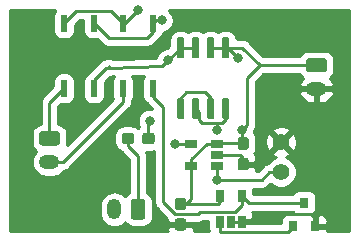
<source format=gbr>
G04 #@! TF.GenerationSoftware,KiCad,Pcbnew,(5.1.5-0)*
G04 #@! TF.CreationDate,2021-02-11T14:19:56-07:00*
G04 #@! TF.ProjectId,ideal-diode,69646561-6c2d-4646-996f-64652e6b6963,rev?*
G04 #@! TF.SameCoordinates,Original*
G04 #@! TF.FileFunction,Copper,L1,Top*
G04 #@! TF.FilePolarity,Positive*
%FSLAX46Y46*%
G04 Gerber Fmt 4.6, Leading zero omitted, Abs format (unit mm)*
G04 Created by KiCad (PCBNEW (5.1.5-0)) date 2021-02-11 14:19:56*
%MOMM*%
%LPD*%
G04 APERTURE LIST*
%ADD10R,0.650000X1.060000*%
%ADD11R,0.800000X0.900000*%
%ADD12C,0.100000*%
%ADD13C,1.400000*%
%ADD14O,1.200000X1.750000*%
%ADD15O,1.750000X1.200000*%
%ADD16R,1.060000X0.650000*%
%ADD17C,0.800000*%
%ADD18C,0.250000*%
%ADD19C,0.254000*%
G04 APERTURE END LIST*
D10*
X133400000Y-96350000D03*
X135300000Y-96350000D03*
X135300000Y-98550000D03*
X134350000Y-98550000D03*
X133400000Y-98550000D03*
D11*
X140550000Y-96950000D03*
X141500000Y-98950000D03*
X139600000Y-98950000D03*
G04 #@! TA.AperFunction,SMDPad,CuDef*
D12*
G36*
X130360779Y-96501144D02*
G01*
X130383834Y-96504563D01*
X130406443Y-96510227D01*
X130428387Y-96518079D01*
X130449457Y-96528044D01*
X130469448Y-96540026D01*
X130488168Y-96553910D01*
X130505438Y-96569562D01*
X130521090Y-96586832D01*
X130534974Y-96605552D01*
X130546956Y-96625543D01*
X130556921Y-96646613D01*
X130564773Y-96668557D01*
X130570437Y-96691166D01*
X130573856Y-96714221D01*
X130575000Y-96737500D01*
X130575000Y-97312500D01*
X130573856Y-97335779D01*
X130570437Y-97358834D01*
X130564773Y-97381443D01*
X130556921Y-97403387D01*
X130546956Y-97424457D01*
X130534974Y-97444448D01*
X130521090Y-97463168D01*
X130505438Y-97480438D01*
X130488168Y-97496090D01*
X130469448Y-97509974D01*
X130449457Y-97521956D01*
X130428387Y-97531921D01*
X130406443Y-97539773D01*
X130383834Y-97545437D01*
X130360779Y-97548856D01*
X130337500Y-97550000D01*
X129862500Y-97550000D01*
X129839221Y-97548856D01*
X129816166Y-97545437D01*
X129793557Y-97539773D01*
X129771613Y-97531921D01*
X129750543Y-97521956D01*
X129730552Y-97509974D01*
X129711832Y-97496090D01*
X129694562Y-97480438D01*
X129678910Y-97463168D01*
X129665026Y-97444448D01*
X129653044Y-97424457D01*
X129643079Y-97403387D01*
X129635227Y-97381443D01*
X129629563Y-97358834D01*
X129626144Y-97335779D01*
X129625000Y-97312500D01*
X129625000Y-96737500D01*
X129626144Y-96714221D01*
X129629563Y-96691166D01*
X129635227Y-96668557D01*
X129643079Y-96646613D01*
X129653044Y-96625543D01*
X129665026Y-96605552D01*
X129678910Y-96586832D01*
X129694562Y-96569562D01*
X129711832Y-96553910D01*
X129730552Y-96540026D01*
X129750543Y-96528044D01*
X129771613Y-96518079D01*
X129793557Y-96510227D01*
X129816166Y-96504563D01*
X129839221Y-96501144D01*
X129862500Y-96500000D01*
X130337500Y-96500000D01*
X130360779Y-96501144D01*
G37*
G04 #@! TD.AperFunction*
G04 #@! TA.AperFunction,SMDPad,CuDef*
G36*
X130360779Y-98251144D02*
G01*
X130383834Y-98254563D01*
X130406443Y-98260227D01*
X130428387Y-98268079D01*
X130449457Y-98278044D01*
X130469448Y-98290026D01*
X130488168Y-98303910D01*
X130505438Y-98319562D01*
X130521090Y-98336832D01*
X130534974Y-98355552D01*
X130546956Y-98375543D01*
X130556921Y-98396613D01*
X130564773Y-98418557D01*
X130570437Y-98441166D01*
X130573856Y-98464221D01*
X130575000Y-98487500D01*
X130575000Y-99062500D01*
X130573856Y-99085779D01*
X130570437Y-99108834D01*
X130564773Y-99131443D01*
X130556921Y-99153387D01*
X130546956Y-99174457D01*
X130534974Y-99194448D01*
X130521090Y-99213168D01*
X130505438Y-99230438D01*
X130488168Y-99246090D01*
X130469448Y-99259974D01*
X130449457Y-99271956D01*
X130428387Y-99281921D01*
X130406443Y-99289773D01*
X130383834Y-99295437D01*
X130360779Y-99298856D01*
X130337500Y-99300000D01*
X129862500Y-99300000D01*
X129839221Y-99298856D01*
X129816166Y-99295437D01*
X129793557Y-99289773D01*
X129771613Y-99281921D01*
X129750543Y-99271956D01*
X129730552Y-99259974D01*
X129711832Y-99246090D01*
X129694562Y-99230438D01*
X129678910Y-99213168D01*
X129665026Y-99194448D01*
X129653044Y-99174457D01*
X129643079Y-99153387D01*
X129635227Y-99131443D01*
X129629563Y-99108834D01*
X129626144Y-99085779D01*
X129625000Y-99062500D01*
X129625000Y-98487500D01*
X129626144Y-98464221D01*
X129629563Y-98441166D01*
X129635227Y-98418557D01*
X129643079Y-98396613D01*
X129653044Y-98375543D01*
X129665026Y-98355552D01*
X129678910Y-98336832D01*
X129694562Y-98319562D01*
X129711832Y-98303910D01*
X129730552Y-98290026D01*
X129750543Y-98278044D01*
X129771613Y-98268079D01*
X129793557Y-98260227D01*
X129816166Y-98254563D01*
X129839221Y-98251144D01*
X129862500Y-98250000D01*
X130337500Y-98250000D01*
X130360779Y-98251144D01*
G37*
G04 #@! TD.AperFunction*
D13*
X138600000Y-94340000D03*
X138600000Y-91800000D03*
G04 #@! TA.AperFunction,SMDPad,CuDef*
D12*
G36*
X127920977Y-86525662D02*
G01*
X127934325Y-86527642D01*
X127947414Y-86530921D01*
X127960119Y-86535467D01*
X127972317Y-86541236D01*
X127983891Y-86548173D01*
X127994729Y-86556211D01*
X128004727Y-86565273D01*
X128013789Y-86575271D01*
X128021827Y-86586109D01*
X128028764Y-86597683D01*
X128034533Y-86609881D01*
X128039079Y-86622586D01*
X128042358Y-86635675D01*
X128044338Y-86649023D01*
X128045000Y-86662500D01*
X128045000Y-87837500D01*
X128044338Y-87850977D01*
X128042358Y-87864325D01*
X128039079Y-87877414D01*
X128034533Y-87890119D01*
X128028764Y-87902317D01*
X128021827Y-87913891D01*
X128013789Y-87924729D01*
X128004727Y-87934727D01*
X127994729Y-87943789D01*
X127983891Y-87951827D01*
X127972317Y-87958764D01*
X127960119Y-87964533D01*
X127947414Y-87969079D01*
X127934325Y-87972358D01*
X127920977Y-87974338D01*
X127907500Y-87975000D01*
X127632500Y-87975000D01*
X127619023Y-87974338D01*
X127605675Y-87972358D01*
X127592586Y-87969079D01*
X127579881Y-87964533D01*
X127567683Y-87958764D01*
X127556109Y-87951827D01*
X127545271Y-87943789D01*
X127535273Y-87934727D01*
X127526211Y-87924729D01*
X127518173Y-87913891D01*
X127511236Y-87902317D01*
X127505467Y-87890119D01*
X127500921Y-87877414D01*
X127497642Y-87864325D01*
X127495662Y-87850977D01*
X127495000Y-87837500D01*
X127495000Y-86662500D01*
X127495662Y-86649023D01*
X127497642Y-86635675D01*
X127500921Y-86622586D01*
X127505467Y-86609881D01*
X127511236Y-86597683D01*
X127518173Y-86586109D01*
X127526211Y-86575271D01*
X127535273Y-86565273D01*
X127545271Y-86556211D01*
X127556109Y-86548173D01*
X127567683Y-86541236D01*
X127579881Y-86535467D01*
X127592586Y-86530921D01*
X127605675Y-86527642D01*
X127619023Y-86525662D01*
X127632500Y-86525000D01*
X127907500Y-86525000D01*
X127920977Y-86525662D01*
G37*
G04 #@! TD.AperFunction*
G04 #@! TA.AperFunction,SMDPad,CuDef*
G36*
X125380977Y-86525662D02*
G01*
X125394325Y-86527642D01*
X125407414Y-86530921D01*
X125420119Y-86535467D01*
X125432317Y-86541236D01*
X125443891Y-86548173D01*
X125454729Y-86556211D01*
X125464727Y-86565273D01*
X125473789Y-86575271D01*
X125481827Y-86586109D01*
X125488764Y-86597683D01*
X125494533Y-86609881D01*
X125499079Y-86622586D01*
X125502358Y-86635675D01*
X125504338Y-86649023D01*
X125505000Y-86662500D01*
X125505000Y-87837500D01*
X125504338Y-87850977D01*
X125502358Y-87864325D01*
X125499079Y-87877414D01*
X125494533Y-87890119D01*
X125488764Y-87902317D01*
X125481827Y-87913891D01*
X125473789Y-87924729D01*
X125464727Y-87934727D01*
X125454729Y-87943789D01*
X125443891Y-87951827D01*
X125432317Y-87958764D01*
X125420119Y-87964533D01*
X125407414Y-87969079D01*
X125394325Y-87972358D01*
X125380977Y-87974338D01*
X125367500Y-87975000D01*
X125092500Y-87975000D01*
X125079023Y-87974338D01*
X125065675Y-87972358D01*
X125052586Y-87969079D01*
X125039881Y-87964533D01*
X125027683Y-87958764D01*
X125016109Y-87951827D01*
X125005271Y-87943789D01*
X124995273Y-87934727D01*
X124986211Y-87924729D01*
X124978173Y-87913891D01*
X124971236Y-87902317D01*
X124965467Y-87890119D01*
X124960921Y-87877414D01*
X124957642Y-87864325D01*
X124955662Y-87850977D01*
X124955000Y-87837500D01*
X124955000Y-86662500D01*
X124955662Y-86649023D01*
X124957642Y-86635675D01*
X124960921Y-86622586D01*
X124965467Y-86609881D01*
X124971236Y-86597683D01*
X124978173Y-86586109D01*
X124986211Y-86575271D01*
X124995273Y-86565273D01*
X125005271Y-86556211D01*
X125016109Y-86548173D01*
X125027683Y-86541236D01*
X125039881Y-86535467D01*
X125052586Y-86530921D01*
X125065675Y-86527642D01*
X125079023Y-86525662D01*
X125092500Y-86525000D01*
X125367500Y-86525000D01*
X125380977Y-86525662D01*
G37*
G04 #@! TD.AperFunction*
G04 #@! TA.AperFunction,SMDPad,CuDef*
G36*
X125380977Y-81025662D02*
G01*
X125394325Y-81027642D01*
X125407414Y-81030921D01*
X125420119Y-81035467D01*
X125432317Y-81041236D01*
X125443891Y-81048173D01*
X125454729Y-81056211D01*
X125464727Y-81065273D01*
X125473789Y-81075271D01*
X125481827Y-81086109D01*
X125488764Y-81097683D01*
X125494533Y-81109881D01*
X125499079Y-81122586D01*
X125502358Y-81135675D01*
X125504338Y-81149023D01*
X125505000Y-81162500D01*
X125505000Y-82337500D01*
X125504338Y-82350977D01*
X125502358Y-82364325D01*
X125499079Y-82377414D01*
X125494533Y-82390119D01*
X125488764Y-82402317D01*
X125481827Y-82413891D01*
X125473789Y-82424729D01*
X125464727Y-82434727D01*
X125454729Y-82443789D01*
X125443891Y-82451827D01*
X125432317Y-82458764D01*
X125420119Y-82464533D01*
X125407414Y-82469079D01*
X125394325Y-82472358D01*
X125380977Y-82474338D01*
X125367500Y-82475000D01*
X125092500Y-82475000D01*
X125079023Y-82474338D01*
X125065675Y-82472358D01*
X125052586Y-82469079D01*
X125039881Y-82464533D01*
X125027683Y-82458764D01*
X125016109Y-82451827D01*
X125005271Y-82443789D01*
X124995273Y-82434727D01*
X124986211Y-82424729D01*
X124978173Y-82413891D01*
X124971236Y-82402317D01*
X124965467Y-82390119D01*
X124960921Y-82377414D01*
X124957642Y-82364325D01*
X124955662Y-82350977D01*
X124955000Y-82337500D01*
X124955000Y-81162500D01*
X124955662Y-81149023D01*
X124957642Y-81135675D01*
X124960921Y-81122586D01*
X124965467Y-81109881D01*
X124971236Y-81097683D01*
X124978173Y-81086109D01*
X124986211Y-81075271D01*
X124995273Y-81065273D01*
X125005271Y-81056211D01*
X125016109Y-81048173D01*
X125027683Y-81041236D01*
X125039881Y-81035467D01*
X125052586Y-81030921D01*
X125065675Y-81027642D01*
X125079023Y-81025662D01*
X125092500Y-81025000D01*
X125367500Y-81025000D01*
X125380977Y-81025662D01*
G37*
G04 #@! TD.AperFunction*
G04 #@! TA.AperFunction,SMDPad,CuDef*
G36*
X127920977Y-81025662D02*
G01*
X127934325Y-81027642D01*
X127947414Y-81030921D01*
X127960119Y-81035467D01*
X127972317Y-81041236D01*
X127983891Y-81048173D01*
X127994729Y-81056211D01*
X128004727Y-81065273D01*
X128013789Y-81075271D01*
X128021827Y-81086109D01*
X128028764Y-81097683D01*
X128034533Y-81109881D01*
X128039079Y-81122586D01*
X128042358Y-81135675D01*
X128044338Y-81149023D01*
X128045000Y-81162500D01*
X128045000Y-82337500D01*
X128044338Y-82350977D01*
X128042358Y-82364325D01*
X128039079Y-82377414D01*
X128034533Y-82390119D01*
X128028764Y-82402317D01*
X128021827Y-82413891D01*
X128013789Y-82424729D01*
X128004727Y-82434727D01*
X127994729Y-82443789D01*
X127983891Y-82451827D01*
X127972317Y-82458764D01*
X127960119Y-82464533D01*
X127947414Y-82469079D01*
X127934325Y-82472358D01*
X127920977Y-82474338D01*
X127907500Y-82475000D01*
X127632500Y-82475000D01*
X127619023Y-82474338D01*
X127605675Y-82472358D01*
X127592586Y-82469079D01*
X127579881Y-82464533D01*
X127567683Y-82458764D01*
X127556109Y-82451827D01*
X127545271Y-82443789D01*
X127535273Y-82434727D01*
X127526211Y-82424729D01*
X127518173Y-82413891D01*
X127511236Y-82402317D01*
X127505467Y-82390119D01*
X127500921Y-82377414D01*
X127497642Y-82364325D01*
X127495662Y-82350977D01*
X127495000Y-82337500D01*
X127495000Y-81162500D01*
X127495662Y-81149023D01*
X127497642Y-81135675D01*
X127500921Y-81122586D01*
X127505467Y-81109881D01*
X127511236Y-81097683D01*
X127518173Y-81086109D01*
X127526211Y-81075271D01*
X127535273Y-81065273D01*
X127545271Y-81056211D01*
X127556109Y-81048173D01*
X127567683Y-81041236D01*
X127579881Y-81035467D01*
X127592586Y-81030921D01*
X127605675Y-81027642D01*
X127619023Y-81025662D01*
X127632500Y-81025000D01*
X127907500Y-81025000D01*
X127920977Y-81025662D01*
G37*
G04 #@! TD.AperFunction*
G04 #@! TA.AperFunction,SMDPad,CuDef*
G36*
X122920977Y-86525662D02*
G01*
X122934325Y-86527642D01*
X122947414Y-86530921D01*
X122960119Y-86535467D01*
X122972317Y-86541236D01*
X122983891Y-86548173D01*
X122994729Y-86556211D01*
X123004727Y-86565273D01*
X123013789Y-86575271D01*
X123021827Y-86586109D01*
X123028764Y-86597683D01*
X123034533Y-86609881D01*
X123039079Y-86622586D01*
X123042358Y-86635675D01*
X123044338Y-86649023D01*
X123045000Y-86662500D01*
X123045000Y-87837500D01*
X123044338Y-87850977D01*
X123042358Y-87864325D01*
X123039079Y-87877414D01*
X123034533Y-87890119D01*
X123028764Y-87902317D01*
X123021827Y-87913891D01*
X123013789Y-87924729D01*
X123004727Y-87934727D01*
X122994729Y-87943789D01*
X122983891Y-87951827D01*
X122972317Y-87958764D01*
X122960119Y-87964533D01*
X122947414Y-87969079D01*
X122934325Y-87972358D01*
X122920977Y-87974338D01*
X122907500Y-87975000D01*
X122632500Y-87975000D01*
X122619023Y-87974338D01*
X122605675Y-87972358D01*
X122592586Y-87969079D01*
X122579881Y-87964533D01*
X122567683Y-87958764D01*
X122556109Y-87951827D01*
X122545271Y-87943789D01*
X122535273Y-87934727D01*
X122526211Y-87924729D01*
X122518173Y-87913891D01*
X122511236Y-87902317D01*
X122505467Y-87890119D01*
X122500921Y-87877414D01*
X122497642Y-87864325D01*
X122495662Y-87850977D01*
X122495000Y-87837500D01*
X122495000Y-86662500D01*
X122495662Y-86649023D01*
X122497642Y-86635675D01*
X122500921Y-86622586D01*
X122505467Y-86609881D01*
X122511236Y-86597683D01*
X122518173Y-86586109D01*
X122526211Y-86575271D01*
X122535273Y-86565273D01*
X122545271Y-86556211D01*
X122556109Y-86548173D01*
X122567683Y-86541236D01*
X122579881Y-86535467D01*
X122592586Y-86530921D01*
X122605675Y-86527642D01*
X122619023Y-86525662D01*
X122632500Y-86525000D01*
X122907500Y-86525000D01*
X122920977Y-86525662D01*
G37*
G04 #@! TD.AperFunction*
G04 #@! TA.AperFunction,SMDPad,CuDef*
G36*
X120380977Y-86525662D02*
G01*
X120394325Y-86527642D01*
X120407414Y-86530921D01*
X120420119Y-86535467D01*
X120432317Y-86541236D01*
X120443891Y-86548173D01*
X120454729Y-86556211D01*
X120464727Y-86565273D01*
X120473789Y-86575271D01*
X120481827Y-86586109D01*
X120488764Y-86597683D01*
X120494533Y-86609881D01*
X120499079Y-86622586D01*
X120502358Y-86635675D01*
X120504338Y-86649023D01*
X120505000Y-86662500D01*
X120505000Y-87837500D01*
X120504338Y-87850977D01*
X120502358Y-87864325D01*
X120499079Y-87877414D01*
X120494533Y-87890119D01*
X120488764Y-87902317D01*
X120481827Y-87913891D01*
X120473789Y-87924729D01*
X120464727Y-87934727D01*
X120454729Y-87943789D01*
X120443891Y-87951827D01*
X120432317Y-87958764D01*
X120420119Y-87964533D01*
X120407414Y-87969079D01*
X120394325Y-87972358D01*
X120380977Y-87974338D01*
X120367500Y-87975000D01*
X120092500Y-87975000D01*
X120079023Y-87974338D01*
X120065675Y-87972358D01*
X120052586Y-87969079D01*
X120039881Y-87964533D01*
X120027683Y-87958764D01*
X120016109Y-87951827D01*
X120005271Y-87943789D01*
X119995273Y-87934727D01*
X119986211Y-87924729D01*
X119978173Y-87913891D01*
X119971236Y-87902317D01*
X119965467Y-87890119D01*
X119960921Y-87877414D01*
X119957642Y-87864325D01*
X119955662Y-87850977D01*
X119955000Y-87837500D01*
X119955000Y-86662500D01*
X119955662Y-86649023D01*
X119957642Y-86635675D01*
X119960921Y-86622586D01*
X119965467Y-86609881D01*
X119971236Y-86597683D01*
X119978173Y-86586109D01*
X119986211Y-86575271D01*
X119995273Y-86565273D01*
X120005271Y-86556211D01*
X120016109Y-86548173D01*
X120027683Y-86541236D01*
X120039881Y-86535467D01*
X120052586Y-86530921D01*
X120065675Y-86527642D01*
X120079023Y-86525662D01*
X120092500Y-86525000D01*
X120367500Y-86525000D01*
X120380977Y-86525662D01*
G37*
G04 #@! TD.AperFunction*
G04 #@! TA.AperFunction,SMDPad,CuDef*
G36*
X120380977Y-81025662D02*
G01*
X120394325Y-81027642D01*
X120407414Y-81030921D01*
X120420119Y-81035467D01*
X120432317Y-81041236D01*
X120443891Y-81048173D01*
X120454729Y-81056211D01*
X120464727Y-81065273D01*
X120473789Y-81075271D01*
X120481827Y-81086109D01*
X120488764Y-81097683D01*
X120494533Y-81109881D01*
X120499079Y-81122586D01*
X120502358Y-81135675D01*
X120504338Y-81149023D01*
X120505000Y-81162500D01*
X120505000Y-82337500D01*
X120504338Y-82350977D01*
X120502358Y-82364325D01*
X120499079Y-82377414D01*
X120494533Y-82390119D01*
X120488764Y-82402317D01*
X120481827Y-82413891D01*
X120473789Y-82424729D01*
X120464727Y-82434727D01*
X120454729Y-82443789D01*
X120443891Y-82451827D01*
X120432317Y-82458764D01*
X120420119Y-82464533D01*
X120407414Y-82469079D01*
X120394325Y-82472358D01*
X120380977Y-82474338D01*
X120367500Y-82475000D01*
X120092500Y-82475000D01*
X120079023Y-82474338D01*
X120065675Y-82472358D01*
X120052586Y-82469079D01*
X120039881Y-82464533D01*
X120027683Y-82458764D01*
X120016109Y-82451827D01*
X120005271Y-82443789D01*
X119995273Y-82434727D01*
X119986211Y-82424729D01*
X119978173Y-82413891D01*
X119971236Y-82402317D01*
X119965467Y-82390119D01*
X119960921Y-82377414D01*
X119957642Y-82364325D01*
X119955662Y-82350977D01*
X119955000Y-82337500D01*
X119955000Y-81162500D01*
X119955662Y-81149023D01*
X119957642Y-81135675D01*
X119960921Y-81122586D01*
X119965467Y-81109881D01*
X119971236Y-81097683D01*
X119978173Y-81086109D01*
X119986211Y-81075271D01*
X119995273Y-81065273D01*
X120005271Y-81056211D01*
X120016109Y-81048173D01*
X120027683Y-81041236D01*
X120039881Y-81035467D01*
X120052586Y-81030921D01*
X120065675Y-81027642D01*
X120079023Y-81025662D01*
X120092500Y-81025000D01*
X120367500Y-81025000D01*
X120380977Y-81025662D01*
G37*
G04 #@! TD.AperFunction*
G04 #@! TA.AperFunction,SMDPad,CuDef*
G36*
X122920977Y-81025662D02*
G01*
X122934325Y-81027642D01*
X122947414Y-81030921D01*
X122960119Y-81035467D01*
X122972317Y-81041236D01*
X122983891Y-81048173D01*
X122994729Y-81056211D01*
X123004727Y-81065273D01*
X123013789Y-81075271D01*
X123021827Y-81086109D01*
X123028764Y-81097683D01*
X123034533Y-81109881D01*
X123039079Y-81122586D01*
X123042358Y-81135675D01*
X123044338Y-81149023D01*
X123045000Y-81162500D01*
X123045000Y-82337500D01*
X123044338Y-82350977D01*
X123042358Y-82364325D01*
X123039079Y-82377414D01*
X123034533Y-82390119D01*
X123028764Y-82402317D01*
X123021827Y-82413891D01*
X123013789Y-82424729D01*
X123004727Y-82434727D01*
X122994729Y-82443789D01*
X122983891Y-82451827D01*
X122972317Y-82458764D01*
X122960119Y-82464533D01*
X122947414Y-82469079D01*
X122934325Y-82472358D01*
X122920977Y-82474338D01*
X122907500Y-82475000D01*
X122632500Y-82475000D01*
X122619023Y-82474338D01*
X122605675Y-82472358D01*
X122592586Y-82469079D01*
X122579881Y-82464533D01*
X122567683Y-82458764D01*
X122556109Y-82451827D01*
X122545271Y-82443789D01*
X122535273Y-82434727D01*
X122526211Y-82424729D01*
X122518173Y-82413891D01*
X122511236Y-82402317D01*
X122505467Y-82390119D01*
X122500921Y-82377414D01*
X122497642Y-82364325D01*
X122495662Y-82350977D01*
X122495000Y-82337500D01*
X122495000Y-81162500D01*
X122495662Y-81149023D01*
X122497642Y-81135675D01*
X122500921Y-81122586D01*
X122505467Y-81109881D01*
X122511236Y-81097683D01*
X122518173Y-81086109D01*
X122526211Y-81075271D01*
X122535273Y-81065273D01*
X122545271Y-81056211D01*
X122556109Y-81048173D01*
X122567683Y-81041236D01*
X122579881Y-81035467D01*
X122592586Y-81030921D01*
X122605675Y-81027642D01*
X122619023Y-81025662D01*
X122632500Y-81025000D01*
X122907500Y-81025000D01*
X122920977Y-81025662D01*
G37*
G04 #@! TD.AperFunction*
G04 #@! TA.AperFunction,SMDPad,CuDef*
G36*
X125935779Y-91026144D02*
G01*
X125958834Y-91029563D01*
X125981443Y-91035227D01*
X126003387Y-91043079D01*
X126024457Y-91053044D01*
X126044448Y-91065026D01*
X126063168Y-91078910D01*
X126080438Y-91094562D01*
X126096090Y-91111832D01*
X126109974Y-91130552D01*
X126121956Y-91150543D01*
X126131921Y-91171613D01*
X126139773Y-91193557D01*
X126145437Y-91216166D01*
X126148856Y-91239221D01*
X126150000Y-91262500D01*
X126150000Y-91737500D01*
X126148856Y-91760779D01*
X126145437Y-91783834D01*
X126139773Y-91806443D01*
X126131921Y-91828387D01*
X126121956Y-91849457D01*
X126109974Y-91869448D01*
X126096090Y-91888168D01*
X126080438Y-91905438D01*
X126063168Y-91921090D01*
X126044448Y-91934974D01*
X126024457Y-91946956D01*
X126003387Y-91956921D01*
X125981443Y-91964773D01*
X125958834Y-91970437D01*
X125935779Y-91973856D01*
X125912500Y-91975000D01*
X125337500Y-91975000D01*
X125314221Y-91973856D01*
X125291166Y-91970437D01*
X125268557Y-91964773D01*
X125246613Y-91956921D01*
X125225543Y-91946956D01*
X125205552Y-91934974D01*
X125186832Y-91921090D01*
X125169562Y-91905438D01*
X125153910Y-91888168D01*
X125140026Y-91869448D01*
X125128044Y-91849457D01*
X125118079Y-91828387D01*
X125110227Y-91806443D01*
X125104563Y-91783834D01*
X125101144Y-91760779D01*
X125100000Y-91737500D01*
X125100000Y-91262500D01*
X125101144Y-91239221D01*
X125104563Y-91216166D01*
X125110227Y-91193557D01*
X125118079Y-91171613D01*
X125128044Y-91150543D01*
X125140026Y-91130552D01*
X125153910Y-91111832D01*
X125169562Y-91094562D01*
X125186832Y-91078910D01*
X125205552Y-91065026D01*
X125225543Y-91053044D01*
X125246613Y-91043079D01*
X125268557Y-91035227D01*
X125291166Y-91029563D01*
X125314221Y-91026144D01*
X125337500Y-91025000D01*
X125912500Y-91025000D01*
X125935779Y-91026144D01*
G37*
G04 #@! TD.AperFunction*
G04 #@! TA.AperFunction,SMDPad,CuDef*
G36*
X127685779Y-91026144D02*
G01*
X127708834Y-91029563D01*
X127731443Y-91035227D01*
X127753387Y-91043079D01*
X127774457Y-91053044D01*
X127794448Y-91065026D01*
X127813168Y-91078910D01*
X127830438Y-91094562D01*
X127846090Y-91111832D01*
X127859974Y-91130552D01*
X127871956Y-91150543D01*
X127881921Y-91171613D01*
X127889773Y-91193557D01*
X127895437Y-91216166D01*
X127898856Y-91239221D01*
X127900000Y-91262500D01*
X127900000Y-91737500D01*
X127898856Y-91760779D01*
X127895437Y-91783834D01*
X127889773Y-91806443D01*
X127881921Y-91828387D01*
X127871956Y-91849457D01*
X127859974Y-91869448D01*
X127846090Y-91888168D01*
X127830438Y-91905438D01*
X127813168Y-91921090D01*
X127794448Y-91934974D01*
X127774457Y-91946956D01*
X127753387Y-91956921D01*
X127731443Y-91964773D01*
X127708834Y-91970437D01*
X127685779Y-91973856D01*
X127662500Y-91975000D01*
X127087500Y-91975000D01*
X127064221Y-91973856D01*
X127041166Y-91970437D01*
X127018557Y-91964773D01*
X126996613Y-91956921D01*
X126975543Y-91946956D01*
X126955552Y-91934974D01*
X126936832Y-91921090D01*
X126919562Y-91905438D01*
X126903910Y-91888168D01*
X126890026Y-91869448D01*
X126878044Y-91849457D01*
X126868079Y-91828387D01*
X126860227Y-91806443D01*
X126854563Y-91783834D01*
X126851144Y-91760779D01*
X126850000Y-91737500D01*
X126850000Y-91262500D01*
X126851144Y-91239221D01*
X126854563Y-91216166D01*
X126860227Y-91193557D01*
X126868079Y-91171613D01*
X126878044Y-91150543D01*
X126890026Y-91130552D01*
X126903910Y-91111832D01*
X126919562Y-91094562D01*
X126936832Y-91078910D01*
X126955552Y-91065026D01*
X126975543Y-91053044D01*
X126996613Y-91043079D01*
X127018557Y-91035227D01*
X127041166Y-91029563D01*
X127064221Y-91026144D01*
X127087500Y-91025000D01*
X127662500Y-91025000D01*
X127685779Y-91026144D01*
G37*
G04 #@! TD.AperFunction*
D14*
X124500000Y-97500000D03*
G04 #@! TA.AperFunction,ComponentPad*
D12*
G36*
X126874505Y-96626204D02*
G01*
X126898773Y-96629804D01*
X126922572Y-96635765D01*
X126945671Y-96644030D01*
X126967850Y-96654520D01*
X126988893Y-96667132D01*
X127008599Y-96681747D01*
X127026777Y-96698223D01*
X127043253Y-96716401D01*
X127057868Y-96736107D01*
X127070480Y-96757150D01*
X127080970Y-96779329D01*
X127089235Y-96802428D01*
X127095196Y-96826227D01*
X127098796Y-96850495D01*
X127100000Y-96874999D01*
X127100000Y-98125001D01*
X127098796Y-98149505D01*
X127095196Y-98173773D01*
X127089235Y-98197572D01*
X127080970Y-98220671D01*
X127070480Y-98242850D01*
X127057868Y-98263893D01*
X127043253Y-98283599D01*
X127026777Y-98301777D01*
X127008599Y-98318253D01*
X126988893Y-98332868D01*
X126967850Y-98345480D01*
X126945671Y-98355970D01*
X126922572Y-98364235D01*
X126898773Y-98370196D01*
X126874505Y-98373796D01*
X126850001Y-98375000D01*
X126149999Y-98375000D01*
X126125495Y-98373796D01*
X126101227Y-98370196D01*
X126077428Y-98364235D01*
X126054329Y-98355970D01*
X126032150Y-98345480D01*
X126011107Y-98332868D01*
X125991401Y-98318253D01*
X125973223Y-98301777D01*
X125956747Y-98283599D01*
X125942132Y-98263893D01*
X125929520Y-98242850D01*
X125919030Y-98220671D01*
X125910765Y-98197572D01*
X125904804Y-98173773D01*
X125901204Y-98149505D01*
X125900000Y-98125001D01*
X125900000Y-96874999D01*
X125901204Y-96850495D01*
X125904804Y-96826227D01*
X125910765Y-96802428D01*
X125919030Y-96779329D01*
X125929520Y-96757150D01*
X125942132Y-96736107D01*
X125956747Y-96716401D01*
X125973223Y-96698223D01*
X125991401Y-96681747D01*
X126011107Y-96667132D01*
X126032150Y-96654520D01*
X126054329Y-96644030D01*
X126077428Y-96635765D01*
X126101227Y-96629804D01*
X126125495Y-96626204D01*
X126149999Y-96625000D01*
X126850001Y-96625000D01*
X126874505Y-96626204D01*
G37*
G04 #@! TD.AperFunction*
D15*
X141600000Y-87300000D03*
G04 #@! TA.AperFunction,ComponentPad*
D12*
G36*
X142249505Y-84701204D02*
G01*
X142273773Y-84704804D01*
X142297572Y-84710765D01*
X142320671Y-84719030D01*
X142342850Y-84729520D01*
X142363893Y-84742132D01*
X142383599Y-84756747D01*
X142401777Y-84773223D01*
X142418253Y-84791401D01*
X142432868Y-84811107D01*
X142445480Y-84832150D01*
X142455970Y-84854329D01*
X142464235Y-84877428D01*
X142470196Y-84901227D01*
X142473796Y-84925495D01*
X142475000Y-84949999D01*
X142475000Y-85650001D01*
X142473796Y-85674505D01*
X142470196Y-85698773D01*
X142464235Y-85722572D01*
X142455970Y-85745671D01*
X142445480Y-85767850D01*
X142432868Y-85788893D01*
X142418253Y-85808599D01*
X142401777Y-85826777D01*
X142383599Y-85843253D01*
X142363893Y-85857868D01*
X142342850Y-85870480D01*
X142320671Y-85880970D01*
X142297572Y-85889235D01*
X142273773Y-85895196D01*
X142249505Y-85898796D01*
X142225001Y-85900000D01*
X140974999Y-85900000D01*
X140950495Y-85898796D01*
X140926227Y-85895196D01*
X140902428Y-85889235D01*
X140879329Y-85880970D01*
X140857150Y-85870480D01*
X140836107Y-85857868D01*
X140816401Y-85843253D01*
X140798223Y-85826777D01*
X140781747Y-85808599D01*
X140767132Y-85788893D01*
X140754520Y-85767850D01*
X140744030Y-85745671D01*
X140735765Y-85722572D01*
X140729804Y-85698773D01*
X140726204Y-85674505D01*
X140725000Y-85650001D01*
X140725000Y-84949999D01*
X140726204Y-84925495D01*
X140729804Y-84901227D01*
X140735765Y-84877428D01*
X140744030Y-84854329D01*
X140754520Y-84832150D01*
X140767132Y-84811107D01*
X140781747Y-84791401D01*
X140798223Y-84773223D01*
X140816401Y-84756747D01*
X140836107Y-84742132D01*
X140857150Y-84729520D01*
X140879329Y-84719030D01*
X140902428Y-84710765D01*
X140926227Y-84704804D01*
X140950495Y-84701204D01*
X140974999Y-84700000D01*
X142225001Y-84700000D01*
X142249505Y-84701204D01*
G37*
G04 #@! TD.AperFunction*
D15*
X119000000Y-93500000D03*
G04 #@! TA.AperFunction,ComponentPad*
D12*
G36*
X119649505Y-90901204D02*
G01*
X119673773Y-90904804D01*
X119697572Y-90910765D01*
X119720671Y-90919030D01*
X119742850Y-90929520D01*
X119763893Y-90942132D01*
X119783599Y-90956747D01*
X119801777Y-90973223D01*
X119818253Y-90991401D01*
X119832868Y-91011107D01*
X119845480Y-91032150D01*
X119855970Y-91054329D01*
X119864235Y-91077428D01*
X119870196Y-91101227D01*
X119873796Y-91125495D01*
X119875000Y-91149999D01*
X119875000Y-91850001D01*
X119873796Y-91874505D01*
X119870196Y-91898773D01*
X119864235Y-91922572D01*
X119855970Y-91945671D01*
X119845480Y-91967850D01*
X119832868Y-91988893D01*
X119818253Y-92008599D01*
X119801777Y-92026777D01*
X119783599Y-92043253D01*
X119763893Y-92057868D01*
X119742850Y-92070480D01*
X119720671Y-92080970D01*
X119697572Y-92089235D01*
X119673773Y-92095196D01*
X119649505Y-92098796D01*
X119625001Y-92100000D01*
X118374999Y-92100000D01*
X118350495Y-92098796D01*
X118326227Y-92095196D01*
X118302428Y-92089235D01*
X118279329Y-92080970D01*
X118257150Y-92070480D01*
X118236107Y-92057868D01*
X118216401Y-92043253D01*
X118198223Y-92026777D01*
X118181747Y-92008599D01*
X118167132Y-91988893D01*
X118154520Y-91967850D01*
X118144030Y-91945671D01*
X118135765Y-91922572D01*
X118129804Y-91898773D01*
X118126204Y-91874505D01*
X118125000Y-91850001D01*
X118125000Y-91149999D01*
X118126204Y-91125495D01*
X118129804Y-91101227D01*
X118135765Y-91077428D01*
X118144030Y-91054329D01*
X118154520Y-91032150D01*
X118167132Y-91011107D01*
X118181747Y-90991401D01*
X118198223Y-90973223D01*
X118216401Y-90956747D01*
X118236107Y-90942132D01*
X118257150Y-90929520D01*
X118279329Y-90919030D01*
X118302428Y-90910765D01*
X118326227Y-90904804D01*
X118350495Y-90901204D01*
X118374999Y-90900000D01*
X119625001Y-90900000D01*
X119649505Y-90901204D01*
G37*
G04 #@! TD.AperFunction*
G04 #@! TA.AperFunction,SMDPad,CuDef*
G36*
X135660779Y-91401144D02*
G01*
X135683834Y-91404563D01*
X135706443Y-91410227D01*
X135728387Y-91418079D01*
X135749457Y-91428044D01*
X135769448Y-91440026D01*
X135788168Y-91453910D01*
X135805438Y-91469562D01*
X135821090Y-91486832D01*
X135834974Y-91505552D01*
X135846956Y-91525543D01*
X135856921Y-91546613D01*
X135864773Y-91568557D01*
X135870437Y-91591166D01*
X135873856Y-91614221D01*
X135875000Y-91637500D01*
X135875000Y-92212500D01*
X135873856Y-92235779D01*
X135870437Y-92258834D01*
X135864773Y-92281443D01*
X135856921Y-92303387D01*
X135846956Y-92324457D01*
X135834974Y-92344448D01*
X135821090Y-92363168D01*
X135805438Y-92380438D01*
X135788168Y-92396090D01*
X135769448Y-92409974D01*
X135749457Y-92421956D01*
X135728387Y-92431921D01*
X135706443Y-92439773D01*
X135683834Y-92445437D01*
X135660779Y-92448856D01*
X135637500Y-92450000D01*
X135162500Y-92450000D01*
X135139221Y-92448856D01*
X135116166Y-92445437D01*
X135093557Y-92439773D01*
X135071613Y-92431921D01*
X135050543Y-92421956D01*
X135030552Y-92409974D01*
X135011832Y-92396090D01*
X134994562Y-92380438D01*
X134978910Y-92363168D01*
X134965026Y-92344448D01*
X134953044Y-92324457D01*
X134943079Y-92303387D01*
X134935227Y-92281443D01*
X134929563Y-92258834D01*
X134926144Y-92235779D01*
X134925000Y-92212500D01*
X134925000Y-91637500D01*
X134926144Y-91614221D01*
X134929563Y-91591166D01*
X134935227Y-91568557D01*
X134943079Y-91546613D01*
X134953044Y-91525543D01*
X134965026Y-91505552D01*
X134978910Y-91486832D01*
X134994562Y-91469562D01*
X135011832Y-91453910D01*
X135030552Y-91440026D01*
X135050543Y-91428044D01*
X135071613Y-91418079D01*
X135093557Y-91410227D01*
X135116166Y-91404563D01*
X135139221Y-91401144D01*
X135162500Y-91400000D01*
X135637500Y-91400000D01*
X135660779Y-91401144D01*
G37*
G04 #@! TD.AperFunction*
G04 #@! TA.AperFunction,SMDPad,CuDef*
G36*
X135660779Y-93151144D02*
G01*
X135683834Y-93154563D01*
X135706443Y-93160227D01*
X135728387Y-93168079D01*
X135749457Y-93178044D01*
X135769448Y-93190026D01*
X135788168Y-93203910D01*
X135805438Y-93219562D01*
X135821090Y-93236832D01*
X135834974Y-93255552D01*
X135846956Y-93275543D01*
X135856921Y-93296613D01*
X135864773Y-93318557D01*
X135870437Y-93341166D01*
X135873856Y-93364221D01*
X135875000Y-93387500D01*
X135875000Y-93962500D01*
X135873856Y-93985779D01*
X135870437Y-94008834D01*
X135864773Y-94031443D01*
X135856921Y-94053387D01*
X135846956Y-94074457D01*
X135834974Y-94094448D01*
X135821090Y-94113168D01*
X135805438Y-94130438D01*
X135788168Y-94146090D01*
X135769448Y-94159974D01*
X135749457Y-94171956D01*
X135728387Y-94181921D01*
X135706443Y-94189773D01*
X135683834Y-94195437D01*
X135660779Y-94198856D01*
X135637500Y-94200000D01*
X135162500Y-94200000D01*
X135139221Y-94198856D01*
X135116166Y-94195437D01*
X135093557Y-94189773D01*
X135071613Y-94181921D01*
X135050543Y-94171956D01*
X135030552Y-94159974D01*
X135011832Y-94146090D01*
X134994562Y-94130438D01*
X134978910Y-94113168D01*
X134965026Y-94094448D01*
X134953044Y-94074457D01*
X134943079Y-94053387D01*
X134935227Y-94031443D01*
X134929563Y-94008834D01*
X134926144Y-93985779D01*
X134925000Y-93962500D01*
X134925000Y-93387500D01*
X134926144Y-93364221D01*
X134929563Y-93341166D01*
X134935227Y-93318557D01*
X134943079Y-93296613D01*
X134953044Y-93275543D01*
X134965026Y-93255552D01*
X134978910Y-93236832D01*
X134994562Y-93219562D01*
X135011832Y-93203910D01*
X135030552Y-93190026D01*
X135050543Y-93178044D01*
X135071613Y-93168079D01*
X135093557Y-93160227D01*
X135116166Y-93154563D01*
X135139221Y-93151144D01*
X135162500Y-93150000D01*
X135637500Y-93150000D01*
X135660779Y-93151144D01*
G37*
G04 #@! TD.AperFunction*
D16*
X131000000Y-93850000D03*
X131000000Y-91950000D03*
X133200000Y-91950000D03*
X133200000Y-92900000D03*
X133200000Y-93850000D03*
G04 #@! TA.AperFunction,SMDPad,CuDef*
D12*
G36*
X130259703Y-82950722D02*
G01*
X130274264Y-82952882D01*
X130288543Y-82956459D01*
X130302403Y-82961418D01*
X130315710Y-82967712D01*
X130328336Y-82975280D01*
X130340159Y-82984048D01*
X130351066Y-82993934D01*
X130360952Y-83004841D01*
X130369720Y-83016664D01*
X130377288Y-83029290D01*
X130383582Y-83042597D01*
X130388541Y-83056457D01*
X130392118Y-83070736D01*
X130394278Y-83085297D01*
X130395000Y-83100000D01*
X130395000Y-84550000D01*
X130394278Y-84564703D01*
X130392118Y-84579264D01*
X130388541Y-84593543D01*
X130383582Y-84607403D01*
X130377288Y-84620710D01*
X130369720Y-84633336D01*
X130360952Y-84645159D01*
X130351066Y-84656066D01*
X130340159Y-84665952D01*
X130328336Y-84674720D01*
X130315710Y-84682288D01*
X130302403Y-84688582D01*
X130288543Y-84693541D01*
X130274264Y-84697118D01*
X130259703Y-84699278D01*
X130245000Y-84700000D01*
X129945000Y-84700000D01*
X129930297Y-84699278D01*
X129915736Y-84697118D01*
X129901457Y-84693541D01*
X129887597Y-84688582D01*
X129874290Y-84682288D01*
X129861664Y-84674720D01*
X129849841Y-84665952D01*
X129838934Y-84656066D01*
X129829048Y-84645159D01*
X129820280Y-84633336D01*
X129812712Y-84620710D01*
X129806418Y-84607403D01*
X129801459Y-84593543D01*
X129797882Y-84579264D01*
X129795722Y-84564703D01*
X129795000Y-84550000D01*
X129795000Y-83100000D01*
X129795722Y-83085297D01*
X129797882Y-83070736D01*
X129801459Y-83056457D01*
X129806418Y-83042597D01*
X129812712Y-83029290D01*
X129820280Y-83016664D01*
X129829048Y-83004841D01*
X129838934Y-82993934D01*
X129849841Y-82984048D01*
X129861664Y-82975280D01*
X129874290Y-82967712D01*
X129887597Y-82961418D01*
X129901457Y-82956459D01*
X129915736Y-82952882D01*
X129930297Y-82950722D01*
X129945000Y-82950000D01*
X130245000Y-82950000D01*
X130259703Y-82950722D01*
G37*
G04 #@! TD.AperFunction*
G04 #@! TA.AperFunction,SMDPad,CuDef*
G36*
X131529703Y-82950722D02*
G01*
X131544264Y-82952882D01*
X131558543Y-82956459D01*
X131572403Y-82961418D01*
X131585710Y-82967712D01*
X131598336Y-82975280D01*
X131610159Y-82984048D01*
X131621066Y-82993934D01*
X131630952Y-83004841D01*
X131639720Y-83016664D01*
X131647288Y-83029290D01*
X131653582Y-83042597D01*
X131658541Y-83056457D01*
X131662118Y-83070736D01*
X131664278Y-83085297D01*
X131665000Y-83100000D01*
X131665000Y-84550000D01*
X131664278Y-84564703D01*
X131662118Y-84579264D01*
X131658541Y-84593543D01*
X131653582Y-84607403D01*
X131647288Y-84620710D01*
X131639720Y-84633336D01*
X131630952Y-84645159D01*
X131621066Y-84656066D01*
X131610159Y-84665952D01*
X131598336Y-84674720D01*
X131585710Y-84682288D01*
X131572403Y-84688582D01*
X131558543Y-84693541D01*
X131544264Y-84697118D01*
X131529703Y-84699278D01*
X131515000Y-84700000D01*
X131215000Y-84700000D01*
X131200297Y-84699278D01*
X131185736Y-84697118D01*
X131171457Y-84693541D01*
X131157597Y-84688582D01*
X131144290Y-84682288D01*
X131131664Y-84674720D01*
X131119841Y-84665952D01*
X131108934Y-84656066D01*
X131099048Y-84645159D01*
X131090280Y-84633336D01*
X131082712Y-84620710D01*
X131076418Y-84607403D01*
X131071459Y-84593543D01*
X131067882Y-84579264D01*
X131065722Y-84564703D01*
X131065000Y-84550000D01*
X131065000Y-83100000D01*
X131065722Y-83085297D01*
X131067882Y-83070736D01*
X131071459Y-83056457D01*
X131076418Y-83042597D01*
X131082712Y-83029290D01*
X131090280Y-83016664D01*
X131099048Y-83004841D01*
X131108934Y-82993934D01*
X131119841Y-82984048D01*
X131131664Y-82975280D01*
X131144290Y-82967712D01*
X131157597Y-82961418D01*
X131171457Y-82956459D01*
X131185736Y-82952882D01*
X131200297Y-82950722D01*
X131215000Y-82950000D01*
X131515000Y-82950000D01*
X131529703Y-82950722D01*
G37*
G04 #@! TD.AperFunction*
G04 #@! TA.AperFunction,SMDPad,CuDef*
G36*
X132799703Y-82950722D02*
G01*
X132814264Y-82952882D01*
X132828543Y-82956459D01*
X132842403Y-82961418D01*
X132855710Y-82967712D01*
X132868336Y-82975280D01*
X132880159Y-82984048D01*
X132891066Y-82993934D01*
X132900952Y-83004841D01*
X132909720Y-83016664D01*
X132917288Y-83029290D01*
X132923582Y-83042597D01*
X132928541Y-83056457D01*
X132932118Y-83070736D01*
X132934278Y-83085297D01*
X132935000Y-83100000D01*
X132935000Y-84550000D01*
X132934278Y-84564703D01*
X132932118Y-84579264D01*
X132928541Y-84593543D01*
X132923582Y-84607403D01*
X132917288Y-84620710D01*
X132909720Y-84633336D01*
X132900952Y-84645159D01*
X132891066Y-84656066D01*
X132880159Y-84665952D01*
X132868336Y-84674720D01*
X132855710Y-84682288D01*
X132842403Y-84688582D01*
X132828543Y-84693541D01*
X132814264Y-84697118D01*
X132799703Y-84699278D01*
X132785000Y-84700000D01*
X132485000Y-84700000D01*
X132470297Y-84699278D01*
X132455736Y-84697118D01*
X132441457Y-84693541D01*
X132427597Y-84688582D01*
X132414290Y-84682288D01*
X132401664Y-84674720D01*
X132389841Y-84665952D01*
X132378934Y-84656066D01*
X132369048Y-84645159D01*
X132360280Y-84633336D01*
X132352712Y-84620710D01*
X132346418Y-84607403D01*
X132341459Y-84593543D01*
X132337882Y-84579264D01*
X132335722Y-84564703D01*
X132335000Y-84550000D01*
X132335000Y-83100000D01*
X132335722Y-83085297D01*
X132337882Y-83070736D01*
X132341459Y-83056457D01*
X132346418Y-83042597D01*
X132352712Y-83029290D01*
X132360280Y-83016664D01*
X132369048Y-83004841D01*
X132378934Y-82993934D01*
X132389841Y-82984048D01*
X132401664Y-82975280D01*
X132414290Y-82967712D01*
X132427597Y-82961418D01*
X132441457Y-82956459D01*
X132455736Y-82952882D01*
X132470297Y-82950722D01*
X132485000Y-82950000D01*
X132785000Y-82950000D01*
X132799703Y-82950722D01*
G37*
G04 #@! TD.AperFunction*
G04 #@! TA.AperFunction,SMDPad,CuDef*
G36*
X134069703Y-82950722D02*
G01*
X134084264Y-82952882D01*
X134098543Y-82956459D01*
X134112403Y-82961418D01*
X134125710Y-82967712D01*
X134138336Y-82975280D01*
X134150159Y-82984048D01*
X134161066Y-82993934D01*
X134170952Y-83004841D01*
X134179720Y-83016664D01*
X134187288Y-83029290D01*
X134193582Y-83042597D01*
X134198541Y-83056457D01*
X134202118Y-83070736D01*
X134204278Y-83085297D01*
X134205000Y-83100000D01*
X134205000Y-84550000D01*
X134204278Y-84564703D01*
X134202118Y-84579264D01*
X134198541Y-84593543D01*
X134193582Y-84607403D01*
X134187288Y-84620710D01*
X134179720Y-84633336D01*
X134170952Y-84645159D01*
X134161066Y-84656066D01*
X134150159Y-84665952D01*
X134138336Y-84674720D01*
X134125710Y-84682288D01*
X134112403Y-84688582D01*
X134098543Y-84693541D01*
X134084264Y-84697118D01*
X134069703Y-84699278D01*
X134055000Y-84700000D01*
X133755000Y-84700000D01*
X133740297Y-84699278D01*
X133725736Y-84697118D01*
X133711457Y-84693541D01*
X133697597Y-84688582D01*
X133684290Y-84682288D01*
X133671664Y-84674720D01*
X133659841Y-84665952D01*
X133648934Y-84656066D01*
X133639048Y-84645159D01*
X133630280Y-84633336D01*
X133622712Y-84620710D01*
X133616418Y-84607403D01*
X133611459Y-84593543D01*
X133607882Y-84579264D01*
X133605722Y-84564703D01*
X133605000Y-84550000D01*
X133605000Y-83100000D01*
X133605722Y-83085297D01*
X133607882Y-83070736D01*
X133611459Y-83056457D01*
X133616418Y-83042597D01*
X133622712Y-83029290D01*
X133630280Y-83016664D01*
X133639048Y-83004841D01*
X133648934Y-82993934D01*
X133659841Y-82984048D01*
X133671664Y-82975280D01*
X133684290Y-82967712D01*
X133697597Y-82961418D01*
X133711457Y-82956459D01*
X133725736Y-82952882D01*
X133740297Y-82950722D01*
X133755000Y-82950000D01*
X134055000Y-82950000D01*
X134069703Y-82950722D01*
G37*
G04 #@! TD.AperFunction*
G04 #@! TA.AperFunction,SMDPad,CuDef*
G36*
X134069703Y-88100722D02*
G01*
X134084264Y-88102882D01*
X134098543Y-88106459D01*
X134112403Y-88111418D01*
X134125710Y-88117712D01*
X134138336Y-88125280D01*
X134150159Y-88134048D01*
X134161066Y-88143934D01*
X134170952Y-88154841D01*
X134179720Y-88166664D01*
X134187288Y-88179290D01*
X134193582Y-88192597D01*
X134198541Y-88206457D01*
X134202118Y-88220736D01*
X134204278Y-88235297D01*
X134205000Y-88250000D01*
X134205000Y-89700000D01*
X134204278Y-89714703D01*
X134202118Y-89729264D01*
X134198541Y-89743543D01*
X134193582Y-89757403D01*
X134187288Y-89770710D01*
X134179720Y-89783336D01*
X134170952Y-89795159D01*
X134161066Y-89806066D01*
X134150159Y-89815952D01*
X134138336Y-89824720D01*
X134125710Y-89832288D01*
X134112403Y-89838582D01*
X134098543Y-89843541D01*
X134084264Y-89847118D01*
X134069703Y-89849278D01*
X134055000Y-89850000D01*
X133755000Y-89850000D01*
X133740297Y-89849278D01*
X133725736Y-89847118D01*
X133711457Y-89843541D01*
X133697597Y-89838582D01*
X133684290Y-89832288D01*
X133671664Y-89824720D01*
X133659841Y-89815952D01*
X133648934Y-89806066D01*
X133639048Y-89795159D01*
X133630280Y-89783336D01*
X133622712Y-89770710D01*
X133616418Y-89757403D01*
X133611459Y-89743543D01*
X133607882Y-89729264D01*
X133605722Y-89714703D01*
X133605000Y-89700000D01*
X133605000Y-88250000D01*
X133605722Y-88235297D01*
X133607882Y-88220736D01*
X133611459Y-88206457D01*
X133616418Y-88192597D01*
X133622712Y-88179290D01*
X133630280Y-88166664D01*
X133639048Y-88154841D01*
X133648934Y-88143934D01*
X133659841Y-88134048D01*
X133671664Y-88125280D01*
X133684290Y-88117712D01*
X133697597Y-88111418D01*
X133711457Y-88106459D01*
X133725736Y-88102882D01*
X133740297Y-88100722D01*
X133755000Y-88100000D01*
X134055000Y-88100000D01*
X134069703Y-88100722D01*
G37*
G04 #@! TD.AperFunction*
G04 #@! TA.AperFunction,SMDPad,CuDef*
G36*
X132799703Y-88100722D02*
G01*
X132814264Y-88102882D01*
X132828543Y-88106459D01*
X132842403Y-88111418D01*
X132855710Y-88117712D01*
X132868336Y-88125280D01*
X132880159Y-88134048D01*
X132891066Y-88143934D01*
X132900952Y-88154841D01*
X132909720Y-88166664D01*
X132917288Y-88179290D01*
X132923582Y-88192597D01*
X132928541Y-88206457D01*
X132932118Y-88220736D01*
X132934278Y-88235297D01*
X132935000Y-88250000D01*
X132935000Y-89700000D01*
X132934278Y-89714703D01*
X132932118Y-89729264D01*
X132928541Y-89743543D01*
X132923582Y-89757403D01*
X132917288Y-89770710D01*
X132909720Y-89783336D01*
X132900952Y-89795159D01*
X132891066Y-89806066D01*
X132880159Y-89815952D01*
X132868336Y-89824720D01*
X132855710Y-89832288D01*
X132842403Y-89838582D01*
X132828543Y-89843541D01*
X132814264Y-89847118D01*
X132799703Y-89849278D01*
X132785000Y-89850000D01*
X132485000Y-89850000D01*
X132470297Y-89849278D01*
X132455736Y-89847118D01*
X132441457Y-89843541D01*
X132427597Y-89838582D01*
X132414290Y-89832288D01*
X132401664Y-89824720D01*
X132389841Y-89815952D01*
X132378934Y-89806066D01*
X132369048Y-89795159D01*
X132360280Y-89783336D01*
X132352712Y-89770710D01*
X132346418Y-89757403D01*
X132341459Y-89743543D01*
X132337882Y-89729264D01*
X132335722Y-89714703D01*
X132335000Y-89700000D01*
X132335000Y-88250000D01*
X132335722Y-88235297D01*
X132337882Y-88220736D01*
X132341459Y-88206457D01*
X132346418Y-88192597D01*
X132352712Y-88179290D01*
X132360280Y-88166664D01*
X132369048Y-88154841D01*
X132378934Y-88143934D01*
X132389841Y-88134048D01*
X132401664Y-88125280D01*
X132414290Y-88117712D01*
X132427597Y-88111418D01*
X132441457Y-88106459D01*
X132455736Y-88102882D01*
X132470297Y-88100722D01*
X132485000Y-88100000D01*
X132785000Y-88100000D01*
X132799703Y-88100722D01*
G37*
G04 #@! TD.AperFunction*
G04 #@! TA.AperFunction,SMDPad,CuDef*
G36*
X131529703Y-88100722D02*
G01*
X131544264Y-88102882D01*
X131558543Y-88106459D01*
X131572403Y-88111418D01*
X131585710Y-88117712D01*
X131598336Y-88125280D01*
X131610159Y-88134048D01*
X131621066Y-88143934D01*
X131630952Y-88154841D01*
X131639720Y-88166664D01*
X131647288Y-88179290D01*
X131653582Y-88192597D01*
X131658541Y-88206457D01*
X131662118Y-88220736D01*
X131664278Y-88235297D01*
X131665000Y-88250000D01*
X131665000Y-89700000D01*
X131664278Y-89714703D01*
X131662118Y-89729264D01*
X131658541Y-89743543D01*
X131653582Y-89757403D01*
X131647288Y-89770710D01*
X131639720Y-89783336D01*
X131630952Y-89795159D01*
X131621066Y-89806066D01*
X131610159Y-89815952D01*
X131598336Y-89824720D01*
X131585710Y-89832288D01*
X131572403Y-89838582D01*
X131558543Y-89843541D01*
X131544264Y-89847118D01*
X131529703Y-89849278D01*
X131515000Y-89850000D01*
X131215000Y-89850000D01*
X131200297Y-89849278D01*
X131185736Y-89847118D01*
X131171457Y-89843541D01*
X131157597Y-89838582D01*
X131144290Y-89832288D01*
X131131664Y-89824720D01*
X131119841Y-89815952D01*
X131108934Y-89806066D01*
X131099048Y-89795159D01*
X131090280Y-89783336D01*
X131082712Y-89770710D01*
X131076418Y-89757403D01*
X131071459Y-89743543D01*
X131067882Y-89729264D01*
X131065722Y-89714703D01*
X131065000Y-89700000D01*
X131065000Y-88250000D01*
X131065722Y-88235297D01*
X131067882Y-88220736D01*
X131071459Y-88206457D01*
X131076418Y-88192597D01*
X131082712Y-88179290D01*
X131090280Y-88166664D01*
X131099048Y-88154841D01*
X131108934Y-88143934D01*
X131119841Y-88134048D01*
X131131664Y-88125280D01*
X131144290Y-88117712D01*
X131157597Y-88111418D01*
X131171457Y-88106459D01*
X131185736Y-88102882D01*
X131200297Y-88100722D01*
X131215000Y-88100000D01*
X131515000Y-88100000D01*
X131529703Y-88100722D01*
G37*
G04 #@! TD.AperFunction*
G04 #@! TA.AperFunction,SMDPad,CuDef*
G36*
X130259703Y-88100722D02*
G01*
X130274264Y-88102882D01*
X130288543Y-88106459D01*
X130302403Y-88111418D01*
X130315710Y-88117712D01*
X130328336Y-88125280D01*
X130340159Y-88134048D01*
X130351066Y-88143934D01*
X130360952Y-88154841D01*
X130369720Y-88166664D01*
X130377288Y-88179290D01*
X130383582Y-88192597D01*
X130388541Y-88206457D01*
X130392118Y-88220736D01*
X130394278Y-88235297D01*
X130395000Y-88250000D01*
X130395000Y-89700000D01*
X130394278Y-89714703D01*
X130392118Y-89729264D01*
X130388541Y-89743543D01*
X130383582Y-89757403D01*
X130377288Y-89770710D01*
X130369720Y-89783336D01*
X130360952Y-89795159D01*
X130351066Y-89806066D01*
X130340159Y-89815952D01*
X130328336Y-89824720D01*
X130315710Y-89832288D01*
X130302403Y-89838582D01*
X130288543Y-89843541D01*
X130274264Y-89847118D01*
X130259703Y-89849278D01*
X130245000Y-89850000D01*
X129945000Y-89850000D01*
X129930297Y-89849278D01*
X129915736Y-89847118D01*
X129901457Y-89843541D01*
X129887597Y-89838582D01*
X129874290Y-89832288D01*
X129861664Y-89824720D01*
X129849841Y-89815952D01*
X129838934Y-89806066D01*
X129829048Y-89795159D01*
X129820280Y-89783336D01*
X129812712Y-89770710D01*
X129806418Y-89757403D01*
X129801459Y-89743543D01*
X129797882Y-89729264D01*
X129795722Y-89714703D01*
X129795000Y-89700000D01*
X129795000Y-88250000D01*
X129795722Y-88235297D01*
X129797882Y-88220736D01*
X129801459Y-88206457D01*
X129806418Y-88192597D01*
X129812712Y-88179290D01*
X129820280Y-88166664D01*
X129829048Y-88154841D01*
X129838934Y-88143934D01*
X129849841Y-88134048D01*
X129861664Y-88125280D01*
X129874290Y-88117712D01*
X129887597Y-88111418D01*
X129901457Y-88106459D01*
X129915736Y-88102882D01*
X129930297Y-88100722D01*
X129945000Y-88100000D01*
X130245000Y-88100000D01*
X130259703Y-88100722D01*
G37*
G04 #@! TD.AperFunction*
D17*
X135000000Y-84700000D03*
X135300000Y-90800000D03*
X133200000Y-95000000D03*
X133200000Y-90800000D03*
X126500000Y-80625000D03*
X129600000Y-92000000D03*
X129000000Y-84900000D03*
X127500000Y-90000000D03*
X128500000Y-81500000D03*
D18*
X119000000Y-88480000D02*
X120230000Y-87250000D01*
X119000000Y-91500000D02*
X119000000Y-88480000D01*
X133225000Y-91925000D02*
X133200000Y-91950000D01*
X135400000Y-91925000D02*
X133225000Y-91925000D01*
X132420000Y-91950000D02*
X133200000Y-91950000D01*
X132325000Y-91950000D02*
X132420000Y-91950000D01*
X131000000Y-93275000D02*
X132325000Y-91950000D01*
X131000000Y-93850000D02*
X131000000Y-93275000D01*
X132635000Y-83825000D02*
X133905000Y-83825000D01*
X133905000Y-83825000D02*
X135325000Y-83825000D01*
X136800000Y-85300000D02*
X141600000Y-85300000D01*
X135325000Y-83825000D02*
X136800000Y-85300000D01*
X134125000Y-83825000D02*
X135000000Y-84700000D01*
X133905000Y-83825000D02*
X134125000Y-83825000D01*
X135300000Y-91825000D02*
X135400000Y-91925000D01*
X135300000Y-90800000D02*
X135300000Y-91825000D01*
X133275000Y-97025000D02*
X133450000Y-96850000D01*
X130100000Y-97025000D02*
X133275000Y-97025000D01*
X131000000Y-94425000D02*
X131000000Y-93850000D01*
X131000000Y-96600000D02*
X131000000Y-94425000D01*
X130575000Y-97025000D02*
X131000000Y-96600000D01*
X130100000Y-97025000D02*
X130575000Y-97025000D01*
X135699999Y-86400001D02*
X136800000Y-85300000D01*
X135699999Y-90400001D02*
X135699999Y-86400001D01*
X135300000Y-90800000D02*
X135699999Y-90400001D01*
X131665000Y-89275000D02*
X131665000Y-89965000D01*
X131365000Y-88975000D02*
X131665000Y-89275000D01*
X133905000Y-89850000D02*
X133905000Y-88975000D01*
X133579990Y-90175010D02*
X133905000Y-89850000D01*
X131665000Y-89965000D02*
X131875010Y-90175010D01*
X133200000Y-93850000D02*
X133200000Y-95000000D01*
X133200000Y-90800000D02*
X133200000Y-90234315D01*
X133200000Y-90234315D02*
X133200000Y-90200000D01*
X133200000Y-90200000D02*
X133579990Y-90175010D01*
X131875010Y-90175010D02*
X133200000Y-90200000D01*
X133000000Y-95200000D02*
X133200000Y-95000000D01*
X133765685Y-95000000D02*
X133200000Y-95000000D01*
X136950051Y-95000000D02*
X133765685Y-95000000D01*
X137610051Y-94340000D02*
X136950051Y-95000000D01*
X138600000Y-94340000D02*
X137610051Y-94340000D01*
X130095000Y-88100000D02*
X130595000Y-87600000D01*
X130095000Y-88975000D02*
X130095000Y-88100000D01*
X132635000Y-88100000D02*
X132635000Y-88975000D01*
X132135000Y-87600000D02*
X132635000Y-88100000D01*
X130595000Y-87600000D02*
X132135000Y-87600000D01*
X135400000Y-93150000D02*
X135400000Y-93675000D01*
X135150000Y-92900000D02*
X135400000Y-93150000D01*
X133200000Y-92900000D02*
X135150000Y-92900000D01*
X135875000Y-98550000D02*
X135300000Y-98550000D01*
X137000000Y-98550000D02*
X135875000Y-98550000D01*
X141500000Y-98950000D02*
X141500000Y-98250000D01*
X141500000Y-98250000D02*
X141150000Y-97900000D01*
X137200000Y-98350000D02*
X137000000Y-98550000D01*
X141150000Y-97900000D02*
X137200000Y-97900000D01*
X137200000Y-97900000D02*
X137200000Y-98350000D01*
X135300000Y-98550000D02*
X134350000Y-98550000D01*
X125230000Y-87975000D02*
X125230000Y-87250000D01*
X125230000Y-88395000D02*
X125230000Y-87975000D01*
X120125000Y-93500000D02*
X125230000Y-88395000D01*
X119000000Y-93500000D02*
X120125000Y-93500000D01*
X120505000Y-81475000D02*
X120230000Y-81750000D01*
X121280010Y-80699990D02*
X120505000Y-81475000D01*
X124179990Y-80699990D02*
X121280010Y-80699990D01*
X125230000Y-81750000D02*
X124179990Y-80699990D01*
X125375000Y-81750000D02*
X126500000Y-80625000D01*
X125230000Y-81750000D02*
X125375000Y-81750000D01*
X126500000Y-97500000D02*
X126500000Y-93000000D01*
X125625000Y-92125000D02*
X125625000Y-91500000D01*
X126500000Y-93000000D02*
X125625000Y-92125000D01*
X129650000Y-91950000D02*
X129600000Y-92000000D01*
X131000000Y-91950000D02*
X129650000Y-91950000D01*
X129020000Y-84900000D02*
X130095000Y-83825000D01*
X129000000Y-84900000D02*
X129020000Y-84900000D01*
X128520000Y-85400000D02*
X130095000Y-83825000D01*
X130095000Y-83825000D02*
X131365000Y-83825000D01*
X123795000Y-85500000D02*
X124000000Y-85500000D01*
X122770000Y-86525000D02*
X123795000Y-85500000D01*
X122770000Y-87250000D02*
X122770000Y-86525000D01*
X124000000Y-85500000D02*
X128520000Y-85400000D01*
X124000000Y-85400000D02*
X124000000Y-85500000D01*
X127375000Y-90125000D02*
X127500000Y-90000000D01*
X127375000Y-91500000D02*
X127375000Y-90125000D01*
X128020000Y-81500000D02*
X127770000Y-81750000D01*
X128500000Y-81500000D02*
X128020000Y-81500000D01*
X127770000Y-82475000D02*
X127245000Y-83000000D01*
X127770000Y-81750000D02*
X127770000Y-82475000D01*
X124020000Y-83000000D02*
X122770000Y-81750000D01*
X127245000Y-83000000D02*
X124020000Y-83000000D01*
X127770000Y-87250000D02*
X127770000Y-87975000D01*
X128600000Y-96845510D02*
X129629500Y-97875010D01*
X127770000Y-87975000D02*
X128600000Y-88805000D01*
X128600000Y-88805000D02*
X128600000Y-96845510D01*
X134735001Y-97694999D02*
X131755001Y-97694999D01*
X135300000Y-97130000D02*
X134735001Y-97694999D01*
X135300000Y-96350000D02*
X135300000Y-97130000D01*
X131574990Y-97875010D02*
X129629500Y-97875010D01*
X131755001Y-97694999D02*
X131574990Y-97875010D01*
X135900000Y-96950000D02*
X135300000Y-96350000D01*
X140550000Y-96950000D02*
X135900000Y-96950000D01*
X139600000Y-98950000D02*
X139600000Y-99000000D01*
X133475001Y-99405001D02*
X133400000Y-99330000D01*
X133400000Y-99330000D02*
X133400000Y-98550000D01*
X139194999Y-99405001D02*
X133475001Y-99405001D01*
X139600000Y-99000000D02*
X139194999Y-99405001D01*
D19*
G36*
X119447635Y-80731615D02*
G01*
X119375965Y-80865701D01*
X119331830Y-81011193D01*
X119316928Y-81162500D01*
X119316928Y-82337500D01*
X119331830Y-82488807D01*
X119375965Y-82634299D01*
X119447635Y-82768385D01*
X119544088Y-82885912D01*
X119661615Y-82982365D01*
X119795701Y-83054035D01*
X119941193Y-83098170D01*
X120092500Y-83113072D01*
X120367500Y-83113072D01*
X120518807Y-83098170D01*
X120664299Y-83054035D01*
X120798385Y-82982365D01*
X120915912Y-82885912D01*
X121012365Y-82768385D01*
X121084035Y-82634299D01*
X121128170Y-82488807D01*
X121143072Y-82337500D01*
X121143072Y-81911729D01*
X121594812Y-81459990D01*
X121856928Y-81459990D01*
X121856928Y-82337500D01*
X121871830Y-82488807D01*
X121915965Y-82634299D01*
X121987635Y-82768385D01*
X122084088Y-82885912D01*
X122201615Y-82982365D01*
X122335701Y-83054035D01*
X122481193Y-83098170D01*
X122632500Y-83113072D01*
X122907500Y-83113072D01*
X123044753Y-83099554D01*
X123456201Y-83511003D01*
X123479999Y-83540001D01*
X123508997Y-83563799D01*
X123595723Y-83634974D01*
X123672503Y-83676014D01*
X123727753Y-83705546D01*
X123871014Y-83749003D01*
X123982667Y-83760000D01*
X123982677Y-83760000D01*
X124020000Y-83763676D01*
X124057323Y-83760000D01*
X127207678Y-83760000D01*
X127245000Y-83763676D01*
X127282322Y-83760000D01*
X127282333Y-83760000D01*
X127393986Y-83749003D01*
X127537247Y-83705546D01*
X127669276Y-83634974D01*
X127785001Y-83540001D01*
X127808803Y-83510998D01*
X128281002Y-83038800D01*
X128310001Y-83015001D01*
X128335534Y-82983889D01*
X128338385Y-82982365D01*
X128455912Y-82885912D01*
X128552365Y-82768385D01*
X128624035Y-82634299D01*
X128657511Y-82523946D01*
X128801898Y-82495226D01*
X128990256Y-82417205D01*
X129159774Y-82303937D01*
X129303937Y-82159774D01*
X129417205Y-81990256D01*
X129495226Y-81801898D01*
X129535000Y-81601939D01*
X129535000Y-81398061D01*
X129495226Y-81198102D01*
X129417205Y-81009744D01*
X129303937Y-80840226D01*
X129159774Y-80696063D01*
X129105802Y-80660000D01*
X144340000Y-80660000D01*
X144340001Y-99340000D01*
X142536950Y-99340000D01*
X142535000Y-99235750D01*
X142376250Y-99077000D01*
X141627000Y-99077000D01*
X141627000Y-99097000D01*
X141373000Y-99097000D01*
X141373000Y-99077000D01*
X141353000Y-99077000D01*
X141353000Y-98823000D01*
X141373000Y-98823000D01*
X141373000Y-98023750D01*
X141627000Y-98023750D01*
X141627000Y-98823000D01*
X142376250Y-98823000D01*
X142535000Y-98664250D01*
X142538072Y-98500000D01*
X142525812Y-98375518D01*
X142489502Y-98255820D01*
X142430537Y-98145506D01*
X142351185Y-98048815D01*
X142254494Y-97969463D01*
X142144180Y-97910498D01*
X142024482Y-97874188D01*
X141900000Y-97861928D01*
X141785750Y-97865000D01*
X141627000Y-98023750D01*
X141373000Y-98023750D01*
X141288393Y-97939143D01*
X141304494Y-97930537D01*
X141401185Y-97851185D01*
X141480537Y-97754494D01*
X141539502Y-97644180D01*
X141575812Y-97524482D01*
X141588072Y-97400000D01*
X141588072Y-96500000D01*
X141575812Y-96375518D01*
X141539502Y-96255820D01*
X141480537Y-96145506D01*
X141401185Y-96048815D01*
X141304494Y-95969463D01*
X141194180Y-95910498D01*
X141074482Y-95874188D01*
X140950000Y-95861928D01*
X140150000Y-95861928D01*
X140025518Y-95874188D01*
X139905820Y-95910498D01*
X139795506Y-95969463D01*
X139698815Y-96048815D01*
X139619463Y-96145506D01*
X139595680Y-96190000D01*
X136263072Y-96190000D01*
X136263072Y-95820000D01*
X136257163Y-95760000D01*
X136912729Y-95760000D01*
X136950051Y-95763676D01*
X136987373Y-95760000D01*
X136987384Y-95760000D01*
X137099037Y-95749003D01*
X137242298Y-95705546D01*
X137374327Y-95634974D01*
X137490052Y-95540001D01*
X137513854Y-95510998D01*
X137698439Y-95326414D01*
X137748987Y-95376962D01*
X137967641Y-95523061D01*
X138210595Y-95623696D01*
X138468514Y-95675000D01*
X138731486Y-95675000D01*
X138989405Y-95623696D01*
X139232359Y-95523061D01*
X139451013Y-95376962D01*
X139636962Y-95191013D01*
X139783061Y-94972359D01*
X139883696Y-94729405D01*
X139935000Y-94471486D01*
X139935000Y-94208514D01*
X139883696Y-93950595D01*
X139783061Y-93707641D01*
X139636962Y-93488987D01*
X139451013Y-93303038D01*
X139232359Y-93156939D01*
X139018556Y-93068379D01*
X139181366Y-93008935D01*
X139282203Y-92955037D01*
X139341664Y-92721269D01*
X138600000Y-91979605D01*
X137858336Y-92721269D01*
X137917797Y-92955037D01*
X138156242Y-93065934D01*
X138175827Y-93070706D01*
X137967641Y-93156939D01*
X137748987Y-93303038D01*
X137563038Y-93488987D01*
X137497260Y-93587432D01*
X137461065Y-93590997D01*
X137317804Y-93634454D01*
X137185774Y-93705026D01*
X137132190Y-93749002D01*
X137070050Y-93799999D01*
X137046251Y-93828998D01*
X136635250Y-94240000D01*
X136509132Y-94240000D01*
X136513072Y-94200000D01*
X136510000Y-93960750D01*
X136351250Y-93802000D01*
X135527000Y-93802000D01*
X135527000Y-93822000D01*
X135273000Y-93822000D01*
X135273000Y-93802000D01*
X135253000Y-93802000D01*
X135253000Y-93548000D01*
X135273000Y-93548000D01*
X135273000Y-93528000D01*
X135527000Y-93528000D01*
X135527000Y-93548000D01*
X136351250Y-93548000D01*
X136510000Y-93389250D01*
X136513072Y-93150000D01*
X136500812Y-93025518D01*
X136464502Y-92905820D01*
X136405537Y-92795506D01*
X136345901Y-92722839D01*
X136365512Y-92698942D01*
X136446423Y-92547567D01*
X136496248Y-92383316D01*
X136513072Y-92212500D01*
X136513072Y-91874473D01*
X137260610Y-91874473D01*
X137300875Y-92134344D01*
X137391065Y-92381366D01*
X137444963Y-92482203D01*
X137678731Y-92541664D01*
X138420395Y-91800000D01*
X138779605Y-91800000D01*
X139521269Y-92541664D01*
X139755037Y-92482203D01*
X139865934Y-92243758D01*
X139928183Y-91988260D01*
X139939390Y-91725527D01*
X139899125Y-91465656D01*
X139808935Y-91218634D01*
X139755037Y-91117797D01*
X139521269Y-91058336D01*
X138779605Y-91800000D01*
X138420395Y-91800000D01*
X137678731Y-91058336D01*
X137444963Y-91117797D01*
X137334066Y-91356242D01*
X137271817Y-91611740D01*
X137260610Y-91874473D01*
X136513072Y-91874473D01*
X136513072Y-91637500D01*
X136496248Y-91466684D01*
X136446423Y-91302433D01*
X136365512Y-91151058D01*
X136301067Y-91072532D01*
X136335000Y-90901939D01*
X136335000Y-90878731D01*
X137858336Y-90878731D01*
X138600000Y-91620395D01*
X139341664Y-90878731D01*
X139282203Y-90644963D01*
X139043758Y-90534066D01*
X138788260Y-90471817D01*
X138525527Y-90460610D01*
X138265656Y-90500875D01*
X138018634Y-90591065D01*
X137917797Y-90644963D01*
X137858336Y-90878731D01*
X136335000Y-90878731D01*
X136335000Y-90824226D01*
X136405545Y-90692248D01*
X136449002Y-90548987D01*
X136459999Y-90437334D01*
X136459999Y-90437324D01*
X136463675Y-90400002D01*
X136459999Y-90362679D01*
X136459999Y-87617609D01*
X140131538Y-87617609D01*
X140135409Y-87655282D01*
X140227579Y-87880533D01*
X140361922Y-88083474D01*
X140533275Y-88256307D01*
X140735054Y-88392390D01*
X140959504Y-88486493D01*
X141198000Y-88535000D01*
X141473000Y-88535000D01*
X141473000Y-87427000D01*
X141727000Y-87427000D01*
X141727000Y-88535000D01*
X142002000Y-88535000D01*
X142240496Y-88486493D01*
X142464946Y-88392390D01*
X142666725Y-88256307D01*
X142838078Y-88083474D01*
X142972421Y-87880533D01*
X143064591Y-87655282D01*
X143068462Y-87617609D01*
X142943731Y-87427000D01*
X141727000Y-87427000D01*
X141473000Y-87427000D01*
X140256269Y-87427000D01*
X140131538Y-87617609D01*
X136459999Y-87617609D01*
X136459999Y-86714802D01*
X137114802Y-86060000D01*
X140192024Y-86060000D01*
X140236595Y-86143387D01*
X140347038Y-86277962D01*
X140481613Y-86388405D01*
X140486406Y-86390967D01*
X140361922Y-86516526D01*
X140227579Y-86719467D01*
X140135409Y-86944718D01*
X140131538Y-86982391D01*
X140256269Y-87173000D01*
X141473000Y-87173000D01*
X141473000Y-87153000D01*
X141727000Y-87153000D01*
X141727000Y-87173000D01*
X142943731Y-87173000D01*
X143068462Y-86982391D01*
X143064591Y-86944718D01*
X142972421Y-86719467D01*
X142838078Y-86516526D01*
X142713594Y-86390967D01*
X142718387Y-86388405D01*
X142852962Y-86277962D01*
X142963405Y-86143387D01*
X143045472Y-85989851D01*
X143096008Y-85823255D01*
X143113072Y-85650001D01*
X143113072Y-84949999D01*
X143096008Y-84776745D01*
X143045472Y-84610149D01*
X142963405Y-84456613D01*
X142852962Y-84322038D01*
X142718387Y-84211595D01*
X142564851Y-84129528D01*
X142398255Y-84078992D01*
X142225001Y-84061928D01*
X140974999Y-84061928D01*
X140801745Y-84078992D01*
X140635149Y-84129528D01*
X140481613Y-84211595D01*
X140347038Y-84322038D01*
X140236595Y-84456613D01*
X140192024Y-84540000D01*
X137114802Y-84540000D01*
X135888804Y-83314003D01*
X135865001Y-83284999D01*
X135749276Y-83190026D01*
X135617247Y-83119454D01*
X135473986Y-83075997D01*
X135362333Y-83065000D01*
X135362322Y-83065000D01*
X135325000Y-83061324D01*
X135287678Y-83065000D01*
X134839625Y-83065000D01*
X134827929Y-82946255D01*
X134783084Y-82798418D01*
X134710258Y-82662171D01*
X134612251Y-82542749D01*
X134492829Y-82444742D01*
X134356582Y-82371916D01*
X134208745Y-82327071D01*
X134055000Y-82311928D01*
X133755000Y-82311928D01*
X133601255Y-82327071D01*
X133453418Y-82371916D01*
X133317171Y-82444742D01*
X133270000Y-82483454D01*
X133222829Y-82444742D01*
X133086582Y-82371916D01*
X132938745Y-82327071D01*
X132785000Y-82311928D01*
X132485000Y-82311928D01*
X132331255Y-82327071D01*
X132183418Y-82371916D01*
X132047171Y-82444742D01*
X132000000Y-82483454D01*
X131952829Y-82444742D01*
X131816582Y-82371916D01*
X131668745Y-82327071D01*
X131515000Y-82311928D01*
X131215000Y-82311928D01*
X131061255Y-82327071D01*
X130913418Y-82371916D01*
X130777171Y-82444742D01*
X130730000Y-82483454D01*
X130682829Y-82444742D01*
X130546582Y-82371916D01*
X130398745Y-82327071D01*
X130245000Y-82311928D01*
X129945000Y-82311928D01*
X129791255Y-82327071D01*
X129643418Y-82371916D01*
X129507171Y-82444742D01*
X129387749Y-82542749D01*
X129289742Y-82662171D01*
X129216916Y-82798418D01*
X129172071Y-82946255D01*
X129156928Y-83100000D01*
X129156928Y-83688270D01*
X128980198Y-83865000D01*
X128898061Y-83865000D01*
X128698102Y-83904774D01*
X128509744Y-83982795D01*
X128340226Y-84096063D01*
X128196063Y-84240226D01*
X128082795Y-84409744D01*
X128004774Y-84598102D01*
X127994163Y-84651448D01*
X124362120Y-84731803D01*
X124292246Y-84694454D01*
X124148985Y-84650997D01*
X124000000Y-84636323D01*
X123851014Y-84650997D01*
X123707753Y-84694454D01*
X123575724Y-84765026D01*
X123561627Y-84776595D01*
X123520743Y-84788997D01*
X123502753Y-84794454D01*
X123370723Y-84865026D01*
X123328108Y-84900000D01*
X123254999Y-84959999D01*
X123231201Y-84988997D01*
X122258998Y-85961201D01*
X122230000Y-85984999D01*
X122206202Y-86013997D01*
X122206201Y-86013998D01*
X122204467Y-86016110D01*
X122201615Y-86017635D01*
X122084088Y-86114088D01*
X121987635Y-86231615D01*
X121915965Y-86365701D01*
X121871830Y-86511193D01*
X121856928Y-86662500D01*
X121856928Y-87837500D01*
X121871830Y-87988807D01*
X121915965Y-88134299D01*
X121987635Y-88268385D01*
X122084088Y-88385912D01*
X122201615Y-88482365D01*
X122335701Y-88554035D01*
X122481193Y-88598170D01*
X122632500Y-88613072D01*
X122907500Y-88613072D01*
X123058807Y-88598170D01*
X123204299Y-88554035D01*
X123338385Y-88482365D01*
X123455912Y-88385912D01*
X123552365Y-88268385D01*
X123624035Y-88134299D01*
X123668170Y-87988807D01*
X123683072Y-87837500D01*
X123683072Y-86686729D01*
X124112097Y-86257705D01*
X124437538Y-86250505D01*
X124375965Y-86365701D01*
X124331830Y-86511193D01*
X124316928Y-86662500D01*
X124316928Y-87837500D01*
X124331830Y-87988807D01*
X124375965Y-88134299D01*
X124389875Y-88160323D01*
X120482538Y-92067661D01*
X120496008Y-92023255D01*
X120513072Y-91850001D01*
X120513072Y-91149999D01*
X120496008Y-90976745D01*
X120445472Y-90810149D01*
X120363405Y-90656613D01*
X120252962Y-90522038D01*
X120118387Y-90411595D01*
X119964851Y-90329528D01*
X119798255Y-90278992D01*
X119760000Y-90275224D01*
X119760000Y-88794801D01*
X119955247Y-88599554D01*
X120092500Y-88613072D01*
X120367500Y-88613072D01*
X120518807Y-88598170D01*
X120664299Y-88554035D01*
X120798385Y-88482365D01*
X120915912Y-88385912D01*
X121012365Y-88268385D01*
X121084035Y-88134299D01*
X121128170Y-87988807D01*
X121143072Y-87837500D01*
X121143072Y-86662500D01*
X121128170Y-86511193D01*
X121084035Y-86365701D01*
X121012365Y-86231615D01*
X120915912Y-86114088D01*
X120798385Y-86017635D01*
X120664299Y-85945965D01*
X120518807Y-85901830D01*
X120367500Y-85886928D01*
X120092500Y-85886928D01*
X119941193Y-85901830D01*
X119795701Y-85945965D01*
X119661615Y-86017635D01*
X119544088Y-86114088D01*
X119447635Y-86231615D01*
X119375965Y-86365701D01*
X119331830Y-86511193D01*
X119316928Y-86662500D01*
X119316928Y-87088270D01*
X118488998Y-87916201D01*
X118460000Y-87939999D01*
X118436202Y-87968997D01*
X118436201Y-87968998D01*
X118365026Y-88055724D01*
X118294454Y-88187754D01*
X118250998Y-88331015D01*
X118236324Y-88480000D01*
X118240001Y-88517332D01*
X118240000Y-90275224D01*
X118201745Y-90278992D01*
X118035149Y-90329528D01*
X117881613Y-90411595D01*
X117747038Y-90522038D01*
X117636595Y-90656613D01*
X117554528Y-90810149D01*
X117503992Y-90976745D01*
X117486928Y-91149999D01*
X117486928Y-91850001D01*
X117503992Y-92023255D01*
X117554528Y-92189851D01*
X117636595Y-92343387D01*
X117747038Y-92477962D01*
X117881613Y-92588405D01*
X117886111Y-92590809D01*
X117847498Y-92622498D01*
X117693167Y-92810551D01*
X117578489Y-93025099D01*
X117507870Y-93257898D01*
X117484025Y-93500000D01*
X117507870Y-93742102D01*
X117578489Y-93974901D01*
X117693167Y-94189449D01*
X117847498Y-94377502D01*
X118035551Y-94531833D01*
X118250099Y-94646511D01*
X118482898Y-94717130D01*
X118664335Y-94735000D01*
X119335665Y-94735000D01*
X119517102Y-94717130D01*
X119749901Y-94646511D01*
X119964449Y-94531833D01*
X120152502Y-94377502D01*
X120256549Y-94250720D01*
X120273986Y-94249003D01*
X120417247Y-94205546D01*
X120549276Y-94134974D01*
X120665001Y-94040001D01*
X120688804Y-94010997D01*
X125741004Y-88958798D01*
X125770001Y-88935001D01*
X125864974Y-88819276D01*
X125935546Y-88687247D01*
X125979003Y-88543986D01*
X125990000Y-88432333D01*
X125990000Y-88432324D01*
X125993676Y-88395001D01*
X125990000Y-88357678D01*
X125990000Y-88295637D01*
X126012365Y-88268385D01*
X126084035Y-88134299D01*
X126128170Y-87988807D01*
X126143072Y-87837500D01*
X126143072Y-86662500D01*
X126128170Y-86511193D01*
X126084035Y-86365701D01*
X126012365Y-86231615D01*
X125999508Y-86215948D01*
X127019003Y-86193393D01*
X126987635Y-86231615D01*
X126915965Y-86365701D01*
X126871830Y-86511193D01*
X126856928Y-86662500D01*
X126856928Y-87837500D01*
X126871830Y-87988807D01*
X126915965Y-88134299D01*
X126987635Y-88268385D01*
X127084088Y-88385912D01*
X127201615Y-88482365D01*
X127204468Y-88483890D01*
X127230000Y-88515001D01*
X127258998Y-88538799D01*
X127705872Y-88985673D01*
X127601939Y-88965000D01*
X127398061Y-88965000D01*
X127198102Y-89004774D01*
X127009744Y-89082795D01*
X126840226Y-89196063D01*
X126696063Y-89340226D01*
X126582795Y-89509744D01*
X126504774Y-89698102D01*
X126465000Y-89898061D01*
X126465000Y-90101939D01*
X126504774Y-90301898D01*
X126582795Y-90490256D01*
X126609378Y-90530041D01*
X126601058Y-90534488D01*
X126500000Y-90617425D01*
X126398942Y-90534488D01*
X126247567Y-90453577D01*
X126083316Y-90403752D01*
X125912500Y-90386928D01*
X125337500Y-90386928D01*
X125166684Y-90403752D01*
X125002433Y-90453577D01*
X124851058Y-90534488D01*
X124718377Y-90643377D01*
X124609488Y-90776058D01*
X124528577Y-90927433D01*
X124478752Y-91091684D01*
X124461928Y-91262500D01*
X124461928Y-91737500D01*
X124478752Y-91908316D01*
X124528577Y-92072567D01*
X124609488Y-92223942D01*
X124718377Y-92356623D01*
X124851058Y-92465512D01*
X124982929Y-92535998D01*
X124990026Y-92549276D01*
X125011732Y-92575724D01*
X125084999Y-92665001D01*
X125114002Y-92688803D01*
X125740001Y-93314803D01*
X125740000Y-96092023D01*
X125656613Y-96136595D01*
X125522038Y-96247038D01*
X125411595Y-96381613D01*
X125409191Y-96386111D01*
X125377502Y-96347498D01*
X125189449Y-96193167D01*
X124974901Y-96078489D01*
X124742102Y-96007870D01*
X124500000Y-95984025D01*
X124257899Y-96007870D01*
X124025100Y-96078489D01*
X123810552Y-96193167D01*
X123622499Y-96347498D01*
X123468168Y-96535551D01*
X123353489Y-96750099D01*
X123282870Y-96982898D01*
X123265000Y-97164335D01*
X123265000Y-97835664D01*
X123282870Y-98017101D01*
X123353489Y-98249900D01*
X123468167Y-98464448D01*
X123622498Y-98652502D01*
X123810551Y-98806833D01*
X124025099Y-98921511D01*
X124257898Y-98992130D01*
X124500000Y-99015975D01*
X124742101Y-98992130D01*
X124974900Y-98921511D01*
X125189448Y-98806833D01*
X125377502Y-98652502D01*
X125409191Y-98613889D01*
X125411595Y-98618387D01*
X125522038Y-98752962D01*
X125656613Y-98863405D01*
X125810149Y-98945472D01*
X125976745Y-98996008D01*
X126149999Y-99013072D01*
X126850001Y-99013072D01*
X127023255Y-98996008D01*
X127189851Y-98945472D01*
X127343387Y-98863405D01*
X127477962Y-98752962D01*
X127588405Y-98618387D01*
X127670472Y-98464851D01*
X127721008Y-98298255D01*
X127738072Y-98125001D01*
X127738072Y-96874999D01*
X127721008Y-96701745D01*
X127670472Y-96535149D01*
X127588405Y-96381613D01*
X127477962Y-96247038D01*
X127343387Y-96136595D01*
X127260000Y-96092024D01*
X127260000Y-93037323D01*
X127263676Y-93000000D01*
X127260000Y-92962677D01*
X127260000Y-92962667D01*
X127249003Y-92851014D01*
X127205546Y-92707753D01*
X127154937Y-92613072D01*
X127662500Y-92613072D01*
X127833316Y-92596248D01*
X127840000Y-92594220D01*
X127840001Y-96808178D01*
X127836324Y-96845510D01*
X127840001Y-96882843D01*
X127850998Y-96994496D01*
X127854027Y-97004482D01*
X127894454Y-97137756D01*
X127965026Y-97269786D01*
X128036201Y-97356512D01*
X128060000Y-97385511D01*
X128088998Y-97409309D01*
X128987673Y-98307984D01*
X128990000Y-98489250D01*
X129148750Y-98648000D01*
X129973000Y-98648000D01*
X129973000Y-98635010D01*
X130227000Y-98635010D01*
X130227000Y-98648000D01*
X131051250Y-98648000D01*
X131064240Y-98635010D01*
X131537668Y-98635010D01*
X131574990Y-98638686D01*
X131612312Y-98635010D01*
X131612323Y-98635010D01*
X131723976Y-98624013D01*
X131867237Y-98580556D01*
X131999266Y-98509984D01*
X132066265Y-98454999D01*
X132436928Y-98454999D01*
X132436928Y-99080000D01*
X132449188Y-99204482D01*
X132485498Y-99324180D01*
X132493954Y-99340000D01*
X131209132Y-99340000D01*
X131213072Y-99300000D01*
X131210000Y-99060750D01*
X131051250Y-98902000D01*
X130227000Y-98902000D01*
X130227000Y-98922000D01*
X129973000Y-98922000D01*
X129973000Y-98902000D01*
X129148750Y-98902000D01*
X128990000Y-99060750D01*
X128986928Y-99300000D01*
X128990868Y-99340000D01*
X115660000Y-99340000D01*
X115660000Y-80660000D01*
X119506409Y-80660000D01*
X119447635Y-80731615D01*
G37*
X119447635Y-80731615D02*
X119375965Y-80865701D01*
X119331830Y-81011193D01*
X119316928Y-81162500D01*
X119316928Y-82337500D01*
X119331830Y-82488807D01*
X119375965Y-82634299D01*
X119447635Y-82768385D01*
X119544088Y-82885912D01*
X119661615Y-82982365D01*
X119795701Y-83054035D01*
X119941193Y-83098170D01*
X120092500Y-83113072D01*
X120367500Y-83113072D01*
X120518807Y-83098170D01*
X120664299Y-83054035D01*
X120798385Y-82982365D01*
X120915912Y-82885912D01*
X121012365Y-82768385D01*
X121084035Y-82634299D01*
X121128170Y-82488807D01*
X121143072Y-82337500D01*
X121143072Y-81911729D01*
X121594812Y-81459990D01*
X121856928Y-81459990D01*
X121856928Y-82337500D01*
X121871830Y-82488807D01*
X121915965Y-82634299D01*
X121987635Y-82768385D01*
X122084088Y-82885912D01*
X122201615Y-82982365D01*
X122335701Y-83054035D01*
X122481193Y-83098170D01*
X122632500Y-83113072D01*
X122907500Y-83113072D01*
X123044753Y-83099554D01*
X123456201Y-83511003D01*
X123479999Y-83540001D01*
X123508997Y-83563799D01*
X123595723Y-83634974D01*
X123672503Y-83676014D01*
X123727753Y-83705546D01*
X123871014Y-83749003D01*
X123982667Y-83760000D01*
X123982677Y-83760000D01*
X124020000Y-83763676D01*
X124057323Y-83760000D01*
X127207678Y-83760000D01*
X127245000Y-83763676D01*
X127282322Y-83760000D01*
X127282333Y-83760000D01*
X127393986Y-83749003D01*
X127537247Y-83705546D01*
X127669276Y-83634974D01*
X127785001Y-83540001D01*
X127808803Y-83510998D01*
X128281002Y-83038800D01*
X128310001Y-83015001D01*
X128335534Y-82983889D01*
X128338385Y-82982365D01*
X128455912Y-82885912D01*
X128552365Y-82768385D01*
X128624035Y-82634299D01*
X128657511Y-82523946D01*
X128801898Y-82495226D01*
X128990256Y-82417205D01*
X129159774Y-82303937D01*
X129303937Y-82159774D01*
X129417205Y-81990256D01*
X129495226Y-81801898D01*
X129535000Y-81601939D01*
X129535000Y-81398061D01*
X129495226Y-81198102D01*
X129417205Y-81009744D01*
X129303937Y-80840226D01*
X129159774Y-80696063D01*
X129105802Y-80660000D01*
X144340000Y-80660000D01*
X144340001Y-99340000D01*
X142536950Y-99340000D01*
X142535000Y-99235750D01*
X142376250Y-99077000D01*
X141627000Y-99077000D01*
X141627000Y-99097000D01*
X141373000Y-99097000D01*
X141373000Y-99077000D01*
X141353000Y-99077000D01*
X141353000Y-98823000D01*
X141373000Y-98823000D01*
X141373000Y-98023750D01*
X141627000Y-98023750D01*
X141627000Y-98823000D01*
X142376250Y-98823000D01*
X142535000Y-98664250D01*
X142538072Y-98500000D01*
X142525812Y-98375518D01*
X142489502Y-98255820D01*
X142430537Y-98145506D01*
X142351185Y-98048815D01*
X142254494Y-97969463D01*
X142144180Y-97910498D01*
X142024482Y-97874188D01*
X141900000Y-97861928D01*
X141785750Y-97865000D01*
X141627000Y-98023750D01*
X141373000Y-98023750D01*
X141288393Y-97939143D01*
X141304494Y-97930537D01*
X141401185Y-97851185D01*
X141480537Y-97754494D01*
X141539502Y-97644180D01*
X141575812Y-97524482D01*
X141588072Y-97400000D01*
X141588072Y-96500000D01*
X141575812Y-96375518D01*
X141539502Y-96255820D01*
X141480537Y-96145506D01*
X141401185Y-96048815D01*
X141304494Y-95969463D01*
X141194180Y-95910498D01*
X141074482Y-95874188D01*
X140950000Y-95861928D01*
X140150000Y-95861928D01*
X140025518Y-95874188D01*
X139905820Y-95910498D01*
X139795506Y-95969463D01*
X139698815Y-96048815D01*
X139619463Y-96145506D01*
X139595680Y-96190000D01*
X136263072Y-96190000D01*
X136263072Y-95820000D01*
X136257163Y-95760000D01*
X136912729Y-95760000D01*
X136950051Y-95763676D01*
X136987373Y-95760000D01*
X136987384Y-95760000D01*
X137099037Y-95749003D01*
X137242298Y-95705546D01*
X137374327Y-95634974D01*
X137490052Y-95540001D01*
X137513854Y-95510998D01*
X137698439Y-95326414D01*
X137748987Y-95376962D01*
X137967641Y-95523061D01*
X138210595Y-95623696D01*
X138468514Y-95675000D01*
X138731486Y-95675000D01*
X138989405Y-95623696D01*
X139232359Y-95523061D01*
X139451013Y-95376962D01*
X139636962Y-95191013D01*
X139783061Y-94972359D01*
X139883696Y-94729405D01*
X139935000Y-94471486D01*
X139935000Y-94208514D01*
X139883696Y-93950595D01*
X139783061Y-93707641D01*
X139636962Y-93488987D01*
X139451013Y-93303038D01*
X139232359Y-93156939D01*
X139018556Y-93068379D01*
X139181366Y-93008935D01*
X139282203Y-92955037D01*
X139341664Y-92721269D01*
X138600000Y-91979605D01*
X137858336Y-92721269D01*
X137917797Y-92955037D01*
X138156242Y-93065934D01*
X138175827Y-93070706D01*
X137967641Y-93156939D01*
X137748987Y-93303038D01*
X137563038Y-93488987D01*
X137497260Y-93587432D01*
X137461065Y-93590997D01*
X137317804Y-93634454D01*
X137185774Y-93705026D01*
X137132190Y-93749002D01*
X137070050Y-93799999D01*
X137046251Y-93828998D01*
X136635250Y-94240000D01*
X136509132Y-94240000D01*
X136513072Y-94200000D01*
X136510000Y-93960750D01*
X136351250Y-93802000D01*
X135527000Y-93802000D01*
X135527000Y-93822000D01*
X135273000Y-93822000D01*
X135273000Y-93802000D01*
X135253000Y-93802000D01*
X135253000Y-93548000D01*
X135273000Y-93548000D01*
X135273000Y-93528000D01*
X135527000Y-93528000D01*
X135527000Y-93548000D01*
X136351250Y-93548000D01*
X136510000Y-93389250D01*
X136513072Y-93150000D01*
X136500812Y-93025518D01*
X136464502Y-92905820D01*
X136405537Y-92795506D01*
X136345901Y-92722839D01*
X136365512Y-92698942D01*
X136446423Y-92547567D01*
X136496248Y-92383316D01*
X136513072Y-92212500D01*
X136513072Y-91874473D01*
X137260610Y-91874473D01*
X137300875Y-92134344D01*
X137391065Y-92381366D01*
X137444963Y-92482203D01*
X137678731Y-92541664D01*
X138420395Y-91800000D01*
X138779605Y-91800000D01*
X139521269Y-92541664D01*
X139755037Y-92482203D01*
X139865934Y-92243758D01*
X139928183Y-91988260D01*
X139939390Y-91725527D01*
X139899125Y-91465656D01*
X139808935Y-91218634D01*
X139755037Y-91117797D01*
X139521269Y-91058336D01*
X138779605Y-91800000D01*
X138420395Y-91800000D01*
X137678731Y-91058336D01*
X137444963Y-91117797D01*
X137334066Y-91356242D01*
X137271817Y-91611740D01*
X137260610Y-91874473D01*
X136513072Y-91874473D01*
X136513072Y-91637500D01*
X136496248Y-91466684D01*
X136446423Y-91302433D01*
X136365512Y-91151058D01*
X136301067Y-91072532D01*
X136335000Y-90901939D01*
X136335000Y-90878731D01*
X137858336Y-90878731D01*
X138600000Y-91620395D01*
X139341664Y-90878731D01*
X139282203Y-90644963D01*
X139043758Y-90534066D01*
X138788260Y-90471817D01*
X138525527Y-90460610D01*
X138265656Y-90500875D01*
X138018634Y-90591065D01*
X137917797Y-90644963D01*
X137858336Y-90878731D01*
X136335000Y-90878731D01*
X136335000Y-90824226D01*
X136405545Y-90692248D01*
X136449002Y-90548987D01*
X136459999Y-90437334D01*
X136459999Y-90437324D01*
X136463675Y-90400002D01*
X136459999Y-90362679D01*
X136459999Y-87617609D01*
X140131538Y-87617609D01*
X140135409Y-87655282D01*
X140227579Y-87880533D01*
X140361922Y-88083474D01*
X140533275Y-88256307D01*
X140735054Y-88392390D01*
X140959504Y-88486493D01*
X141198000Y-88535000D01*
X141473000Y-88535000D01*
X141473000Y-87427000D01*
X141727000Y-87427000D01*
X141727000Y-88535000D01*
X142002000Y-88535000D01*
X142240496Y-88486493D01*
X142464946Y-88392390D01*
X142666725Y-88256307D01*
X142838078Y-88083474D01*
X142972421Y-87880533D01*
X143064591Y-87655282D01*
X143068462Y-87617609D01*
X142943731Y-87427000D01*
X141727000Y-87427000D01*
X141473000Y-87427000D01*
X140256269Y-87427000D01*
X140131538Y-87617609D01*
X136459999Y-87617609D01*
X136459999Y-86714802D01*
X137114802Y-86060000D01*
X140192024Y-86060000D01*
X140236595Y-86143387D01*
X140347038Y-86277962D01*
X140481613Y-86388405D01*
X140486406Y-86390967D01*
X140361922Y-86516526D01*
X140227579Y-86719467D01*
X140135409Y-86944718D01*
X140131538Y-86982391D01*
X140256269Y-87173000D01*
X141473000Y-87173000D01*
X141473000Y-87153000D01*
X141727000Y-87153000D01*
X141727000Y-87173000D01*
X142943731Y-87173000D01*
X143068462Y-86982391D01*
X143064591Y-86944718D01*
X142972421Y-86719467D01*
X142838078Y-86516526D01*
X142713594Y-86390967D01*
X142718387Y-86388405D01*
X142852962Y-86277962D01*
X142963405Y-86143387D01*
X143045472Y-85989851D01*
X143096008Y-85823255D01*
X143113072Y-85650001D01*
X143113072Y-84949999D01*
X143096008Y-84776745D01*
X143045472Y-84610149D01*
X142963405Y-84456613D01*
X142852962Y-84322038D01*
X142718387Y-84211595D01*
X142564851Y-84129528D01*
X142398255Y-84078992D01*
X142225001Y-84061928D01*
X140974999Y-84061928D01*
X140801745Y-84078992D01*
X140635149Y-84129528D01*
X140481613Y-84211595D01*
X140347038Y-84322038D01*
X140236595Y-84456613D01*
X140192024Y-84540000D01*
X137114802Y-84540000D01*
X135888804Y-83314003D01*
X135865001Y-83284999D01*
X135749276Y-83190026D01*
X135617247Y-83119454D01*
X135473986Y-83075997D01*
X135362333Y-83065000D01*
X135362322Y-83065000D01*
X135325000Y-83061324D01*
X135287678Y-83065000D01*
X134839625Y-83065000D01*
X134827929Y-82946255D01*
X134783084Y-82798418D01*
X134710258Y-82662171D01*
X134612251Y-82542749D01*
X134492829Y-82444742D01*
X134356582Y-82371916D01*
X134208745Y-82327071D01*
X134055000Y-82311928D01*
X133755000Y-82311928D01*
X133601255Y-82327071D01*
X133453418Y-82371916D01*
X133317171Y-82444742D01*
X133270000Y-82483454D01*
X133222829Y-82444742D01*
X133086582Y-82371916D01*
X132938745Y-82327071D01*
X132785000Y-82311928D01*
X132485000Y-82311928D01*
X132331255Y-82327071D01*
X132183418Y-82371916D01*
X132047171Y-82444742D01*
X132000000Y-82483454D01*
X131952829Y-82444742D01*
X131816582Y-82371916D01*
X131668745Y-82327071D01*
X131515000Y-82311928D01*
X131215000Y-82311928D01*
X131061255Y-82327071D01*
X130913418Y-82371916D01*
X130777171Y-82444742D01*
X130730000Y-82483454D01*
X130682829Y-82444742D01*
X130546582Y-82371916D01*
X130398745Y-82327071D01*
X130245000Y-82311928D01*
X129945000Y-82311928D01*
X129791255Y-82327071D01*
X129643418Y-82371916D01*
X129507171Y-82444742D01*
X129387749Y-82542749D01*
X129289742Y-82662171D01*
X129216916Y-82798418D01*
X129172071Y-82946255D01*
X129156928Y-83100000D01*
X129156928Y-83688270D01*
X128980198Y-83865000D01*
X128898061Y-83865000D01*
X128698102Y-83904774D01*
X128509744Y-83982795D01*
X128340226Y-84096063D01*
X128196063Y-84240226D01*
X128082795Y-84409744D01*
X128004774Y-84598102D01*
X127994163Y-84651448D01*
X124362120Y-84731803D01*
X124292246Y-84694454D01*
X124148985Y-84650997D01*
X124000000Y-84636323D01*
X123851014Y-84650997D01*
X123707753Y-84694454D01*
X123575724Y-84765026D01*
X123561627Y-84776595D01*
X123520743Y-84788997D01*
X123502753Y-84794454D01*
X123370723Y-84865026D01*
X123328108Y-84900000D01*
X123254999Y-84959999D01*
X123231201Y-84988997D01*
X122258998Y-85961201D01*
X122230000Y-85984999D01*
X122206202Y-86013997D01*
X122206201Y-86013998D01*
X122204467Y-86016110D01*
X122201615Y-86017635D01*
X122084088Y-86114088D01*
X121987635Y-86231615D01*
X121915965Y-86365701D01*
X121871830Y-86511193D01*
X121856928Y-86662500D01*
X121856928Y-87837500D01*
X121871830Y-87988807D01*
X121915965Y-88134299D01*
X121987635Y-88268385D01*
X122084088Y-88385912D01*
X122201615Y-88482365D01*
X122335701Y-88554035D01*
X122481193Y-88598170D01*
X122632500Y-88613072D01*
X122907500Y-88613072D01*
X123058807Y-88598170D01*
X123204299Y-88554035D01*
X123338385Y-88482365D01*
X123455912Y-88385912D01*
X123552365Y-88268385D01*
X123624035Y-88134299D01*
X123668170Y-87988807D01*
X123683072Y-87837500D01*
X123683072Y-86686729D01*
X124112097Y-86257705D01*
X124437538Y-86250505D01*
X124375965Y-86365701D01*
X124331830Y-86511193D01*
X124316928Y-86662500D01*
X124316928Y-87837500D01*
X124331830Y-87988807D01*
X124375965Y-88134299D01*
X124389875Y-88160323D01*
X120482538Y-92067661D01*
X120496008Y-92023255D01*
X120513072Y-91850001D01*
X120513072Y-91149999D01*
X120496008Y-90976745D01*
X120445472Y-90810149D01*
X120363405Y-90656613D01*
X120252962Y-90522038D01*
X120118387Y-90411595D01*
X119964851Y-90329528D01*
X119798255Y-90278992D01*
X119760000Y-90275224D01*
X119760000Y-88794801D01*
X119955247Y-88599554D01*
X120092500Y-88613072D01*
X120367500Y-88613072D01*
X120518807Y-88598170D01*
X120664299Y-88554035D01*
X120798385Y-88482365D01*
X120915912Y-88385912D01*
X121012365Y-88268385D01*
X121084035Y-88134299D01*
X121128170Y-87988807D01*
X121143072Y-87837500D01*
X121143072Y-86662500D01*
X121128170Y-86511193D01*
X121084035Y-86365701D01*
X121012365Y-86231615D01*
X120915912Y-86114088D01*
X120798385Y-86017635D01*
X120664299Y-85945965D01*
X120518807Y-85901830D01*
X120367500Y-85886928D01*
X120092500Y-85886928D01*
X119941193Y-85901830D01*
X119795701Y-85945965D01*
X119661615Y-86017635D01*
X119544088Y-86114088D01*
X119447635Y-86231615D01*
X119375965Y-86365701D01*
X119331830Y-86511193D01*
X119316928Y-86662500D01*
X119316928Y-87088270D01*
X118488998Y-87916201D01*
X118460000Y-87939999D01*
X118436202Y-87968997D01*
X118436201Y-87968998D01*
X118365026Y-88055724D01*
X118294454Y-88187754D01*
X118250998Y-88331015D01*
X118236324Y-88480000D01*
X118240001Y-88517332D01*
X118240000Y-90275224D01*
X118201745Y-90278992D01*
X118035149Y-90329528D01*
X117881613Y-90411595D01*
X117747038Y-90522038D01*
X117636595Y-90656613D01*
X117554528Y-90810149D01*
X117503992Y-90976745D01*
X117486928Y-91149999D01*
X117486928Y-91850001D01*
X117503992Y-92023255D01*
X117554528Y-92189851D01*
X117636595Y-92343387D01*
X117747038Y-92477962D01*
X117881613Y-92588405D01*
X117886111Y-92590809D01*
X117847498Y-92622498D01*
X117693167Y-92810551D01*
X117578489Y-93025099D01*
X117507870Y-93257898D01*
X117484025Y-93500000D01*
X117507870Y-93742102D01*
X117578489Y-93974901D01*
X117693167Y-94189449D01*
X117847498Y-94377502D01*
X118035551Y-94531833D01*
X118250099Y-94646511D01*
X118482898Y-94717130D01*
X118664335Y-94735000D01*
X119335665Y-94735000D01*
X119517102Y-94717130D01*
X119749901Y-94646511D01*
X119964449Y-94531833D01*
X120152502Y-94377502D01*
X120256549Y-94250720D01*
X120273986Y-94249003D01*
X120417247Y-94205546D01*
X120549276Y-94134974D01*
X120665001Y-94040001D01*
X120688804Y-94010997D01*
X125741004Y-88958798D01*
X125770001Y-88935001D01*
X125864974Y-88819276D01*
X125935546Y-88687247D01*
X125979003Y-88543986D01*
X125990000Y-88432333D01*
X125990000Y-88432324D01*
X125993676Y-88395001D01*
X125990000Y-88357678D01*
X125990000Y-88295637D01*
X126012365Y-88268385D01*
X126084035Y-88134299D01*
X126128170Y-87988807D01*
X126143072Y-87837500D01*
X126143072Y-86662500D01*
X126128170Y-86511193D01*
X126084035Y-86365701D01*
X126012365Y-86231615D01*
X125999508Y-86215948D01*
X127019003Y-86193393D01*
X126987635Y-86231615D01*
X126915965Y-86365701D01*
X126871830Y-86511193D01*
X126856928Y-86662500D01*
X126856928Y-87837500D01*
X126871830Y-87988807D01*
X126915965Y-88134299D01*
X126987635Y-88268385D01*
X127084088Y-88385912D01*
X127201615Y-88482365D01*
X127204468Y-88483890D01*
X127230000Y-88515001D01*
X127258998Y-88538799D01*
X127705872Y-88985673D01*
X127601939Y-88965000D01*
X127398061Y-88965000D01*
X127198102Y-89004774D01*
X127009744Y-89082795D01*
X126840226Y-89196063D01*
X126696063Y-89340226D01*
X126582795Y-89509744D01*
X126504774Y-89698102D01*
X126465000Y-89898061D01*
X126465000Y-90101939D01*
X126504774Y-90301898D01*
X126582795Y-90490256D01*
X126609378Y-90530041D01*
X126601058Y-90534488D01*
X126500000Y-90617425D01*
X126398942Y-90534488D01*
X126247567Y-90453577D01*
X126083316Y-90403752D01*
X125912500Y-90386928D01*
X125337500Y-90386928D01*
X125166684Y-90403752D01*
X125002433Y-90453577D01*
X124851058Y-90534488D01*
X124718377Y-90643377D01*
X124609488Y-90776058D01*
X124528577Y-90927433D01*
X124478752Y-91091684D01*
X124461928Y-91262500D01*
X124461928Y-91737500D01*
X124478752Y-91908316D01*
X124528577Y-92072567D01*
X124609488Y-92223942D01*
X124718377Y-92356623D01*
X124851058Y-92465512D01*
X124982929Y-92535998D01*
X124990026Y-92549276D01*
X125011732Y-92575724D01*
X125084999Y-92665001D01*
X125114002Y-92688803D01*
X125740001Y-93314803D01*
X125740000Y-96092023D01*
X125656613Y-96136595D01*
X125522038Y-96247038D01*
X125411595Y-96381613D01*
X125409191Y-96386111D01*
X125377502Y-96347498D01*
X125189449Y-96193167D01*
X124974901Y-96078489D01*
X124742102Y-96007870D01*
X124500000Y-95984025D01*
X124257899Y-96007870D01*
X124025100Y-96078489D01*
X123810552Y-96193167D01*
X123622499Y-96347498D01*
X123468168Y-96535551D01*
X123353489Y-96750099D01*
X123282870Y-96982898D01*
X123265000Y-97164335D01*
X123265000Y-97835664D01*
X123282870Y-98017101D01*
X123353489Y-98249900D01*
X123468167Y-98464448D01*
X123622498Y-98652502D01*
X123810551Y-98806833D01*
X124025099Y-98921511D01*
X124257898Y-98992130D01*
X124500000Y-99015975D01*
X124742101Y-98992130D01*
X124974900Y-98921511D01*
X125189448Y-98806833D01*
X125377502Y-98652502D01*
X125409191Y-98613889D01*
X125411595Y-98618387D01*
X125522038Y-98752962D01*
X125656613Y-98863405D01*
X125810149Y-98945472D01*
X125976745Y-98996008D01*
X126149999Y-99013072D01*
X126850001Y-99013072D01*
X127023255Y-98996008D01*
X127189851Y-98945472D01*
X127343387Y-98863405D01*
X127477962Y-98752962D01*
X127588405Y-98618387D01*
X127670472Y-98464851D01*
X127721008Y-98298255D01*
X127738072Y-98125001D01*
X127738072Y-96874999D01*
X127721008Y-96701745D01*
X127670472Y-96535149D01*
X127588405Y-96381613D01*
X127477962Y-96247038D01*
X127343387Y-96136595D01*
X127260000Y-96092024D01*
X127260000Y-93037323D01*
X127263676Y-93000000D01*
X127260000Y-92962677D01*
X127260000Y-92962667D01*
X127249003Y-92851014D01*
X127205546Y-92707753D01*
X127154937Y-92613072D01*
X127662500Y-92613072D01*
X127833316Y-92596248D01*
X127840000Y-92594220D01*
X127840001Y-96808178D01*
X127836324Y-96845510D01*
X127840001Y-96882843D01*
X127850998Y-96994496D01*
X127854027Y-97004482D01*
X127894454Y-97137756D01*
X127965026Y-97269786D01*
X128036201Y-97356512D01*
X128060000Y-97385511D01*
X128088998Y-97409309D01*
X128987673Y-98307984D01*
X128990000Y-98489250D01*
X129148750Y-98648000D01*
X129973000Y-98648000D01*
X129973000Y-98635010D01*
X130227000Y-98635010D01*
X130227000Y-98648000D01*
X131051250Y-98648000D01*
X131064240Y-98635010D01*
X131537668Y-98635010D01*
X131574990Y-98638686D01*
X131612312Y-98635010D01*
X131612323Y-98635010D01*
X131723976Y-98624013D01*
X131867237Y-98580556D01*
X131999266Y-98509984D01*
X132066265Y-98454999D01*
X132436928Y-98454999D01*
X132436928Y-99080000D01*
X132449188Y-99204482D01*
X132485498Y-99324180D01*
X132493954Y-99340000D01*
X131209132Y-99340000D01*
X131213072Y-99300000D01*
X131210000Y-99060750D01*
X131051250Y-98902000D01*
X130227000Y-98902000D01*
X130227000Y-98922000D01*
X129973000Y-98922000D01*
X129973000Y-98902000D01*
X129148750Y-98902000D01*
X128990000Y-99060750D01*
X128986928Y-99300000D01*
X128990868Y-99340000D01*
X115660000Y-99340000D01*
X115660000Y-80660000D01*
X119506409Y-80660000D01*
X119447635Y-80731615D01*
G36*
X139619463Y-97754494D02*
G01*
X139698815Y-97851185D01*
X139711905Y-97861928D01*
X139200000Y-97861928D01*
X139075518Y-97874188D01*
X138955820Y-97910498D01*
X138845506Y-97969463D01*
X138748815Y-98048815D01*
X138669463Y-98145506D01*
X138610498Y-98255820D01*
X138574188Y-98375518D01*
X138561928Y-98500000D01*
X138561928Y-98645001D01*
X135153000Y-98645001D01*
X135153000Y-98423000D01*
X135173000Y-98423000D01*
X135173000Y-98403000D01*
X135427000Y-98403000D01*
X135427000Y-98423000D01*
X136101250Y-98423000D01*
X136260000Y-98264250D01*
X136263072Y-98020000D01*
X136250812Y-97895518D01*
X136214502Y-97775820D01*
X136179320Y-97710000D01*
X139595680Y-97710000D01*
X139619463Y-97754494D01*
G37*
X139619463Y-97754494D02*
X139698815Y-97851185D01*
X139711905Y-97861928D01*
X139200000Y-97861928D01*
X139075518Y-97874188D01*
X138955820Y-97910498D01*
X138845506Y-97969463D01*
X138748815Y-98048815D01*
X138669463Y-98145506D01*
X138610498Y-98255820D01*
X138574188Y-98375518D01*
X138561928Y-98500000D01*
X138561928Y-98645001D01*
X135153000Y-98645001D01*
X135153000Y-98423000D01*
X135173000Y-98423000D01*
X135173000Y-98403000D01*
X135427000Y-98403000D01*
X135427000Y-98423000D01*
X136101250Y-98423000D01*
X136260000Y-98264250D01*
X136263072Y-98020000D01*
X136250812Y-97895518D01*
X136214502Y-97775820D01*
X136179320Y-97710000D01*
X139595680Y-97710000D01*
X139619463Y-97754494D01*
M02*

</source>
